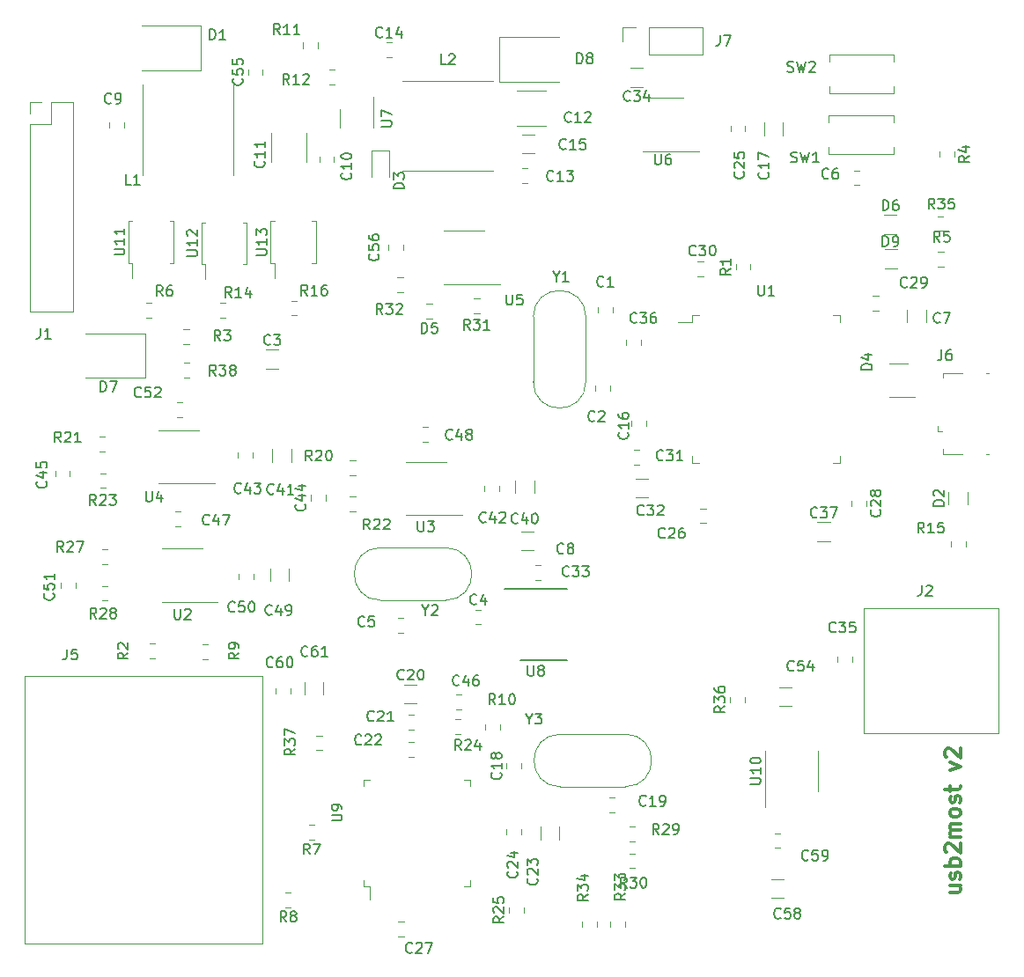
<source format=gto>
G04 #@! TF.GenerationSoftware,KiCad,Pcbnew,5.1.5-52549c5~86~ubuntu16.04.1*
G04 #@! TF.CreationDate,2020-04-05T23:11:04+05:00*
G04 #@! TF.ProjectId,usb2most,75736232-6d6f-4737-942e-6b696361645f,rev?*
G04 #@! TF.SameCoordinates,Original*
G04 #@! TF.FileFunction,Legend,Top*
G04 #@! TF.FilePolarity,Positive*
%FSLAX46Y46*%
G04 Gerber Fmt 4.6, Leading zero omitted, Abs format (unit mm)*
G04 Created by KiCad (PCBNEW 5.1.5-52549c5~86~ubuntu16.04.1) date 2020-04-05 23:11:04*
%MOMM*%
%LPD*%
G04 APERTURE LIST*
%ADD10C,0.300000*%
%ADD11C,0.120000*%
%ADD12C,0.150000*%
G04 APERTURE END LIST*
D10*
X109728571Y-104400000D02*
X110728571Y-104400000D01*
X109728571Y-105042857D02*
X110514285Y-105042857D01*
X110657142Y-104971428D01*
X110728571Y-104828571D01*
X110728571Y-104614285D01*
X110657142Y-104471428D01*
X110585714Y-104400000D01*
X110657142Y-103757142D02*
X110728571Y-103614285D01*
X110728571Y-103328571D01*
X110657142Y-103185714D01*
X110514285Y-103114285D01*
X110442857Y-103114285D01*
X110300000Y-103185714D01*
X110228571Y-103328571D01*
X110228571Y-103542857D01*
X110157142Y-103685714D01*
X110014285Y-103757142D01*
X109942857Y-103757142D01*
X109800000Y-103685714D01*
X109728571Y-103542857D01*
X109728571Y-103328571D01*
X109800000Y-103185714D01*
X110728571Y-102471428D02*
X109228571Y-102471428D01*
X109800000Y-102471428D02*
X109728571Y-102328571D01*
X109728571Y-102042857D01*
X109800000Y-101900000D01*
X109871428Y-101828571D01*
X110014285Y-101757142D01*
X110442857Y-101757142D01*
X110585714Y-101828571D01*
X110657142Y-101900000D01*
X110728571Y-102042857D01*
X110728571Y-102328571D01*
X110657142Y-102471428D01*
X109371428Y-101185714D02*
X109300000Y-101114285D01*
X109228571Y-100971428D01*
X109228571Y-100614285D01*
X109300000Y-100471428D01*
X109371428Y-100400000D01*
X109514285Y-100328571D01*
X109657142Y-100328571D01*
X109871428Y-100400000D01*
X110728571Y-101257142D01*
X110728571Y-100328571D01*
X110728571Y-99685714D02*
X109728571Y-99685714D01*
X109871428Y-99685714D02*
X109800000Y-99614285D01*
X109728571Y-99471428D01*
X109728571Y-99257142D01*
X109800000Y-99114285D01*
X109942857Y-99042857D01*
X110728571Y-99042857D01*
X109942857Y-99042857D02*
X109800000Y-98971428D01*
X109728571Y-98828571D01*
X109728571Y-98614285D01*
X109800000Y-98471428D01*
X109942857Y-98400000D01*
X110728571Y-98400000D01*
X110728571Y-97471428D02*
X110657142Y-97614285D01*
X110585714Y-97685714D01*
X110442857Y-97757142D01*
X110014285Y-97757142D01*
X109871428Y-97685714D01*
X109800000Y-97614285D01*
X109728571Y-97471428D01*
X109728571Y-97257142D01*
X109800000Y-97114285D01*
X109871428Y-97042857D01*
X110014285Y-96971428D01*
X110442857Y-96971428D01*
X110585714Y-97042857D01*
X110657142Y-97114285D01*
X110728571Y-97257142D01*
X110728571Y-97471428D01*
X110657142Y-96400000D02*
X110728571Y-96257142D01*
X110728571Y-95971428D01*
X110657142Y-95828571D01*
X110514285Y-95757142D01*
X110442857Y-95757142D01*
X110300000Y-95828571D01*
X110228571Y-95971428D01*
X110228571Y-96185714D01*
X110157142Y-96328571D01*
X110014285Y-96400000D01*
X109942857Y-96400000D01*
X109800000Y-96328571D01*
X109728571Y-96185714D01*
X109728571Y-95971428D01*
X109800000Y-95828571D01*
X109728571Y-95328571D02*
X109728571Y-94757142D01*
X109228571Y-95114285D02*
X110514285Y-95114285D01*
X110657142Y-95042857D01*
X110728571Y-94900000D01*
X110728571Y-94757142D01*
X109728571Y-93257142D02*
X110728571Y-92900000D01*
X109728571Y-92542857D01*
X109371428Y-92042857D02*
X109300000Y-91971428D01*
X109228571Y-91828571D01*
X109228571Y-91471428D01*
X109300000Y-91328571D01*
X109371428Y-91257142D01*
X109514285Y-91185714D01*
X109657142Y-91185714D01*
X109871428Y-91257142D01*
X110728571Y-92114285D01*
X110728571Y-91185714D01*
D11*
X43600000Y-84180000D02*
X43600000Y-109980000D01*
X20800000Y-109980000D02*
X20800000Y-84180000D01*
X43600000Y-109980000D02*
X20800000Y-109980000D01*
X43600000Y-84180000D02*
X20800000Y-84180000D01*
X80232064Y-25730000D02*
X79027936Y-25730000D01*
X80232064Y-27550000D02*
X79027936Y-27550000D01*
X104672064Y-43180000D02*
X103467936Y-43180000D01*
X104672064Y-45000000D02*
X103467936Y-45000000D01*
X104622064Y-39880000D02*
X103417936Y-39880000D01*
X104622064Y-41700000D02*
X103417936Y-41700000D01*
X111443000Y-67702064D02*
X111443000Y-66497936D01*
X109623000Y-67702064D02*
X109623000Y-66497936D01*
X91937000Y-93353000D02*
X91937000Y-96803000D01*
X91937000Y-93353000D02*
X91937000Y-91403000D01*
X97057000Y-93353000D02*
X97057000Y-95303000D01*
X97057000Y-93353000D02*
X97057000Y-91403000D01*
X82138000Y-33734000D02*
X85588000Y-33734000D01*
X82138000Y-33734000D02*
X80188000Y-33734000D01*
X82138000Y-28614000D02*
X84088000Y-28614000D01*
X82138000Y-28614000D02*
X80188000Y-28614000D01*
X54310000Y-31490000D02*
X54310000Y-28540000D01*
X51090000Y-29690000D02*
X51090000Y-31490000D01*
X68126248Y-31310000D02*
X70898752Y-31310000D01*
X68126248Y-27890000D02*
X70898752Y-27890000D01*
X44440000Y-32013748D02*
X44440000Y-34786252D01*
X47860000Y-32013748D02*
X47860000Y-34786252D01*
X63023000Y-41387000D02*
X61073000Y-41387000D01*
X63023000Y-41387000D02*
X64973000Y-41387000D01*
X63023000Y-46507000D02*
X61073000Y-46507000D01*
X63023000Y-46507000D02*
X66473000Y-46507000D01*
X96997936Y-71260000D02*
X98202064Y-71260000D01*
X96997936Y-69440000D02*
X98202064Y-69440000D01*
X79090000Y-59691422D02*
X79090000Y-60208578D01*
X80510000Y-59691422D02*
X80510000Y-60208578D01*
X84940000Y-50190000D02*
X83575000Y-50190000D01*
X84940000Y-49490000D02*
X84940000Y-50190000D01*
X85640000Y-49490000D02*
X84940000Y-49490000D01*
X99160000Y-49490000D02*
X99160000Y-50190000D01*
X98460000Y-49490000D02*
X99160000Y-49490000D01*
X84940000Y-63710000D02*
X84940000Y-63010000D01*
X85640000Y-63710000D02*
X84940000Y-63710000D01*
X99160000Y-63710000D02*
X99160000Y-63010000D01*
X98460000Y-63710000D02*
X99160000Y-63710000D01*
X44785000Y-44500000D02*
X44785000Y-45965000D01*
X44430000Y-44500000D02*
X44785000Y-44500000D01*
X44430000Y-42490000D02*
X44430000Y-44500000D01*
X44430000Y-40480000D02*
X44785000Y-40480000D01*
X44430000Y-42490000D02*
X44430000Y-40480000D01*
X48750000Y-44500000D02*
X48395000Y-44500000D01*
X48750000Y-42490000D02*
X48750000Y-44500000D01*
X48750000Y-40480000D02*
X48395000Y-40480000D01*
X48750000Y-42490000D02*
X48750000Y-40480000D01*
X38115000Y-44590000D02*
X38115000Y-46055000D01*
X37760000Y-44590000D02*
X38115000Y-44590000D01*
X37760000Y-42580000D02*
X37760000Y-44590000D01*
X37760000Y-40570000D02*
X38115000Y-40570000D01*
X37760000Y-42580000D02*
X37760000Y-40570000D01*
X42080000Y-44590000D02*
X41725000Y-44590000D01*
X42080000Y-42580000D02*
X42080000Y-44590000D01*
X42080000Y-40570000D02*
X41725000Y-40570000D01*
X42080000Y-42580000D02*
X42080000Y-40570000D01*
X31105000Y-44470000D02*
X31105000Y-45935000D01*
X30750000Y-44470000D02*
X31105000Y-44470000D01*
X30750000Y-42460000D02*
X30750000Y-44470000D01*
X30750000Y-40450000D02*
X31105000Y-40450000D01*
X30750000Y-42460000D02*
X30750000Y-40450000D01*
X35070000Y-44470000D02*
X34715000Y-44470000D01*
X35070000Y-42460000D02*
X35070000Y-44470000D01*
X35070000Y-40450000D02*
X34715000Y-40450000D01*
X35070000Y-42460000D02*
X35070000Y-40450000D01*
X46381422Y-49540000D02*
X46898578Y-49540000D01*
X46381422Y-48120000D02*
X46898578Y-48120000D01*
X39538922Y-49750000D02*
X40056078Y-49750000D01*
X39538922Y-48330000D02*
X40056078Y-48330000D01*
X32468922Y-49760000D02*
X32986078Y-49760000D01*
X32468922Y-48340000D02*
X32986078Y-48340000D01*
X108770000Y-33751422D02*
X108770000Y-34268578D01*
X110190000Y-33751422D02*
X110190000Y-34268578D01*
X109118578Y-43410000D02*
X108601422Y-43410000D01*
X109118578Y-44830000D02*
X108601422Y-44830000D01*
X101440000Y-77709000D02*
X101440000Y-89709000D01*
X114440000Y-89709000D02*
X114440000Y-77709000D01*
X101440000Y-89709000D02*
X114440000Y-89709000D01*
X101440000Y-77709000D02*
X114440000Y-77709000D01*
X98930000Y-82333922D02*
X98930000Y-82851078D01*
X100350000Y-82333922D02*
X100350000Y-82851078D01*
X54985000Y-71875000D02*
G75*
G03X54985000Y-76925000I0J-2525000D01*
G01*
X61235000Y-71875000D02*
G75*
G02X61235000Y-76925000I0J-2525000D01*
G01*
X61235000Y-71875000D02*
X54985000Y-71875000D01*
X61235000Y-76925000D02*
X54985000Y-76925000D01*
D12*
X66950000Y-75800000D02*
X72925000Y-75800000D01*
X68475000Y-82700000D02*
X72925000Y-82700000D01*
D11*
X69878922Y-74960000D02*
X70396078Y-74960000D01*
X69878922Y-73540000D02*
X70396078Y-73540000D01*
X68497936Y-72110000D02*
X69702064Y-72110000D01*
X68497936Y-70290000D02*
X69702064Y-70290000D01*
X57158578Y-78640000D02*
X56641422Y-78640000D01*
X57158578Y-80060000D02*
X56641422Y-80060000D01*
X64128922Y-79260000D02*
X64646078Y-79260000D01*
X64128922Y-77840000D02*
X64646078Y-77840000D01*
X104350000Y-24450000D02*
X98150000Y-24450000D01*
X98150000Y-28150000D02*
X104350000Y-28150000D01*
X104350000Y-28150000D02*
X104350000Y-27500000D01*
X104350000Y-25100000D02*
X104350000Y-24450000D01*
X98150000Y-24450000D02*
X98150000Y-25100000D01*
X98150000Y-28150000D02*
X98150000Y-27500000D01*
X98100000Y-34000000D02*
X104300000Y-34000000D01*
X104300000Y-30300000D02*
X98100000Y-30300000D01*
X98100000Y-30300000D02*
X98100000Y-30950000D01*
X98100000Y-33350000D02*
X98100000Y-34000000D01*
X104300000Y-34000000D02*
X104300000Y-33350000D01*
X104300000Y-30300000D02*
X104300000Y-30950000D01*
X80010000Y-52408578D02*
X80010000Y-51891422D01*
X78590000Y-52408578D02*
X78590000Y-51891422D01*
X36041422Y-52310000D02*
X36558578Y-52310000D01*
X36041422Y-50890000D02*
X36558578Y-50890000D01*
X43947936Y-54660000D02*
X45152064Y-54660000D01*
X43947936Y-52840000D02*
X45152064Y-52840000D01*
X108530000Y-60647000D02*
X108980000Y-60647000D01*
X108530000Y-60647000D02*
X108530000Y-60197000D01*
X109080000Y-55047000D02*
X109080000Y-55497000D01*
X110930000Y-55047000D02*
X109080000Y-55047000D01*
X113480000Y-62847000D02*
X113230000Y-62847000D01*
X113480000Y-55047000D02*
X113230000Y-55047000D01*
X110930000Y-62847000D02*
X109080000Y-62847000D01*
X109080000Y-62847000D02*
X109080000Y-62397000D01*
X33298578Y-81110000D02*
X32781422Y-81110000D01*
X33298578Y-82530000D02*
X32781422Y-82530000D01*
X72275000Y-89815000D02*
X78525000Y-89815000D01*
X72275000Y-94865000D02*
X78525000Y-94865000D01*
X72275000Y-94865000D02*
G75*
G02X72275000Y-89815000I0J2525000D01*
G01*
X78525000Y-94865000D02*
G75*
G03X78525000Y-89815000I0J2525000D01*
G01*
X46358578Y-105040000D02*
X45841422Y-105040000D01*
X46358578Y-106460000D02*
X45841422Y-106460000D01*
X48601078Y-98540000D02*
X48083922Y-98540000D01*
X48601078Y-99960000D02*
X48083922Y-99960000D01*
X56698922Y-109289000D02*
X57216078Y-109289000D01*
X56698922Y-107869000D02*
X57216078Y-107869000D01*
X68490000Y-99441078D02*
X68490000Y-98923922D01*
X67070000Y-99441078D02*
X67070000Y-98923922D01*
X72160000Y-99932064D02*
X72160000Y-98727936D01*
X70340000Y-99932064D02*
X70340000Y-98727936D01*
X57698622Y-91964500D02*
X58215778Y-91964500D01*
X57698622Y-90544500D02*
X58215778Y-90544500D01*
X57650122Y-89361000D02*
X58167278Y-89361000D01*
X57650122Y-87941000D02*
X58167278Y-87941000D01*
X57275936Y-86868600D02*
X58480064Y-86868600D01*
X57275936Y-85048600D02*
X58480064Y-85048600D01*
X76978922Y-97300000D02*
X77496078Y-97300000D01*
X76978922Y-95880000D02*
X77496078Y-95880000D01*
X68530000Y-93123078D02*
X68530000Y-92605922D01*
X67110000Y-93123078D02*
X67110000Y-92605922D01*
X107460000Y-50202064D02*
X107460000Y-48997936D01*
X105640000Y-50202064D02*
X105640000Y-48997936D01*
X37700000Y-25950000D02*
X32000000Y-25950000D01*
X37700000Y-21650000D02*
X32000000Y-21650000D01*
X37700000Y-25950000D02*
X37700000Y-21650000D01*
X55850000Y-33700000D02*
X55850000Y-36250000D01*
X54150000Y-33700000D02*
X54150000Y-36250000D01*
X55850000Y-33700000D02*
X54150000Y-33700000D01*
X75640000Y-56303922D02*
X75640000Y-56821078D01*
X77060000Y-56303922D02*
X77060000Y-56821078D01*
X77310000Y-49258578D02*
X77310000Y-48741422D01*
X75890000Y-49258578D02*
X75890000Y-48741422D01*
X90560000Y-45108578D02*
X90560000Y-44591422D01*
X89140000Y-45108578D02*
X89140000Y-44591422D01*
X101058578Y-37010000D02*
X100541422Y-37010000D01*
X101058578Y-35590000D02*
X100541422Y-35590000D01*
X37888922Y-81170000D02*
X38406078Y-81170000D01*
X37888922Y-82590000D02*
X38406078Y-82590000D01*
X65042000Y-89356078D02*
X65042000Y-88838922D01*
X66462000Y-89356078D02*
X66462000Y-88838922D01*
X68597936Y-33960000D02*
X69802064Y-33960000D01*
X68597936Y-32140000D02*
X69802064Y-32140000D01*
X32150000Y-36050000D02*
X32150000Y-27350000D01*
X40850000Y-36050000D02*
X40850000Y-27350000D01*
X57100000Y-35640000D02*
X65800000Y-35640000D01*
X57100000Y-26940000D02*
X65800000Y-26940000D01*
X48960000Y-23291422D02*
X48960000Y-23808578D01*
X47540000Y-23291422D02*
X47540000Y-23808578D01*
X50041422Y-27310000D02*
X50558578Y-27310000D01*
X50041422Y-25890000D02*
X50558578Y-25890000D01*
X80820000Y-24480000D02*
X80820000Y-21820000D01*
X80820000Y-24480000D02*
X85960000Y-24480000D01*
X85960000Y-24480000D02*
X85960000Y-21820000D01*
X80820000Y-21820000D02*
X85960000Y-21820000D01*
X78220000Y-21820000D02*
X79550000Y-21820000D01*
X78220000Y-23150000D02*
X78220000Y-21820000D01*
X93698000Y-32191064D02*
X93698000Y-30986936D01*
X91878000Y-32191064D02*
X91878000Y-30986936D01*
X100290000Y-67341422D02*
X100290000Y-67858578D01*
X101710000Y-67341422D02*
X101710000Y-67858578D01*
X85491422Y-44340000D02*
X86008578Y-44340000D01*
X85491422Y-45760000D02*
X86008578Y-45760000D01*
X102341422Y-47640000D02*
X102858578Y-47640000D01*
X102341422Y-49060000D02*
X102858578Y-49060000D01*
X79896078Y-63860000D02*
X79378922Y-63860000D01*
X79896078Y-62440000D02*
X79378922Y-62440000D01*
X105700000Y-54140000D02*
X103900000Y-54140000D01*
X103900000Y-57360000D02*
X106350000Y-57360000D01*
X111260000Y-71758578D02*
X111260000Y-71241422D01*
X109840000Y-71758578D02*
X109840000Y-71241422D01*
X28890000Y-31458578D02*
X28890000Y-30941422D01*
X30310000Y-31458578D02*
X30310000Y-30941422D01*
X49090000Y-34281422D02*
X49090000Y-34798578D01*
X50510000Y-34281422D02*
X50510000Y-34798578D01*
X68591422Y-35340000D02*
X69108578Y-35340000D01*
X68591422Y-36760000D02*
X69108578Y-36760000D01*
X55541422Y-24700000D02*
X56058578Y-24700000D01*
X55541422Y-23280000D02*
X56058578Y-23280000D01*
X88628000Y-31835078D02*
X88628000Y-31317922D01*
X90048000Y-31835078D02*
X90048000Y-31317922D01*
X86258578Y-68090000D02*
X85741422Y-68090000D01*
X86258578Y-69510000D02*
X85741422Y-69510000D01*
X80752064Y-65240000D02*
X79547936Y-65240000D01*
X80752064Y-67060000D02*
X79547936Y-67060000D01*
X67955000Y-66589064D02*
X67955000Y-65384936D01*
X69775000Y-66589064D02*
X69775000Y-65384936D01*
X44571000Y-63616064D02*
X44571000Y-62411936D01*
X46391000Y-63616064D02*
X46391000Y-62411936D01*
X66375000Y-66445578D02*
X66375000Y-65928422D01*
X64955000Y-66445578D02*
X64955000Y-65928422D01*
X41271000Y-63210078D02*
X41271000Y-62692922D01*
X42691000Y-63210078D02*
X42691000Y-62692922D01*
X48270000Y-67325578D02*
X48270000Y-66808422D01*
X49690000Y-67325578D02*
X49690000Y-66808422D01*
X23691000Y-65012578D02*
X23691000Y-64495422D01*
X25111000Y-65012578D02*
X25111000Y-64495422D01*
X52043922Y-63477000D02*
X52561078Y-63477000D01*
X52043922Y-64897000D02*
X52561078Y-64897000D01*
X27984922Y-62624000D02*
X28502078Y-62624000D01*
X27984922Y-61204000D02*
X28502078Y-61204000D01*
X52043922Y-68397000D02*
X52561078Y-68397000D01*
X52043922Y-66977000D02*
X52561078Y-66977000D01*
X28022422Y-66124000D02*
X28539578Y-66124000D01*
X28022422Y-64704000D02*
X28539578Y-64704000D01*
X59365000Y-68747000D02*
X62815000Y-68747000D01*
X59365000Y-68747000D02*
X57415000Y-68747000D01*
X59365000Y-63627000D02*
X61315000Y-63627000D01*
X59365000Y-63627000D02*
X57415000Y-63627000D01*
X35581000Y-65674000D02*
X39031000Y-65674000D01*
X35581000Y-65674000D02*
X33631000Y-65674000D01*
X35581000Y-60554000D02*
X37531000Y-60554000D01*
X35581000Y-60554000D02*
X33631000Y-60554000D01*
X44377000Y-75112064D02*
X44377000Y-73907936D01*
X46197000Y-75112064D02*
X46197000Y-73907936D01*
X42767000Y-74908578D02*
X42767000Y-74391422D01*
X41347000Y-74908578D02*
X41347000Y-74391422D01*
X24247000Y-75778578D02*
X24247000Y-75261422D01*
X25667000Y-75778578D02*
X25667000Y-75261422D01*
X28235922Y-73460000D02*
X28753078Y-73460000D01*
X28235922Y-72040000D02*
X28753078Y-72040000D01*
X28235922Y-75540000D02*
X28753078Y-75540000D01*
X28235922Y-76960000D02*
X28753078Y-76960000D01*
X35886999Y-71964999D02*
X33936999Y-71964999D01*
X35886999Y-71964999D02*
X37836999Y-71964999D01*
X35886999Y-77084999D02*
X33936999Y-77084999D01*
X35886999Y-77084999D02*
X39336999Y-77084999D01*
X62762078Y-85988000D02*
X62244922Y-85988000D01*
X62762078Y-87408000D02*
X62244922Y-87408000D01*
X35758578Y-69810000D02*
X35241422Y-69810000D01*
X35758578Y-68390000D02*
X35241422Y-68390000D01*
X59561078Y-61697000D02*
X59043922Y-61697000D01*
X59561078Y-60277000D02*
X59043922Y-60277000D01*
X35902078Y-59324000D02*
X35384922Y-59324000D01*
X35902078Y-57904000D02*
X35384922Y-57904000D01*
X62164922Y-88378000D02*
X62682078Y-88378000D01*
X62164922Y-89798000D02*
X62682078Y-89798000D01*
X68748000Y-106986078D02*
X68748000Y-106468922D01*
X67328000Y-106986078D02*
X67328000Y-106468922D01*
X92547936Y-103740000D02*
X93752064Y-103740000D01*
X92547936Y-105560000D02*
X93752064Y-105560000D01*
X92895922Y-100763000D02*
X93413078Y-100763000D01*
X92895922Y-99343000D02*
X93413078Y-99343000D01*
X79458578Y-100110000D02*
X78941422Y-100110000D01*
X79458578Y-98690000D02*
X78941422Y-98690000D01*
X79458578Y-102710000D02*
X78941422Y-102710000D01*
X79458578Y-101290000D02*
X78941422Y-101290000D01*
X78510000Y-107841422D02*
X78510000Y-108358578D01*
X77090000Y-107841422D02*
X77090000Y-108358578D01*
X74390000Y-107841422D02*
X74390000Y-108358578D01*
X75810000Y-107841422D02*
X75810000Y-108358578D01*
X90002000Y-86745078D02*
X90002000Y-86227922D01*
X88582000Y-86745078D02*
X88582000Y-86227922D01*
X49348578Y-91350000D02*
X48831422Y-91350000D01*
X49348578Y-89930000D02*
X48831422Y-89930000D01*
X63575200Y-94785000D02*
X63575200Y-94210000D01*
X63575200Y-94210000D02*
X63000200Y-94210000D01*
X63575200Y-103855000D02*
X63575200Y-104430000D01*
X63575200Y-104430000D02*
X63000200Y-104430000D01*
X53355200Y-94785000D02*
X53355200Y-94210000D01*
X53355200Y-94210000D02*
X53930200Y-94210000D01*
X53355200Y-103855000D02*
X53355200Y-104430000D01*
X53355200Y-104430000D02*
X53930200Y-104430000D01*
X53930200Y-104430000D02*
X53930200Y-105720000D01*
X74725000Y-49665000D02*
X74725000Y-55915000D01*
X69675000Y-49665000D02*
X69675000Y-55915000D01*
X69675000Y-49665000D02*
G75*
G02X74725000Y-49665000I2525000J0D01*
G01*
X69675000Y-55915000D02*
G75*
G03X74725000Y-55915000I2525000J0D01*
G01*
X93287936Y-85280000D02*
X94492064Y-85280000D01*
X93287936Y-87100000D02*
X94492064Y-87100000D01*
X42240000Y-26358578D02*
X42240000Y-25841422D01*
X43660000Y-26358578D02*
X43660000Y-25841422D01*
X57180000Y-42711422D02*
X57180000Y-43228578D01*
X55760000Y-42711422D02*
X55760000Y-43228578D01*
X59925078Y-49849000D02*
X59407922Y-49849000D01*
X59925078Y-48429000D02*
X59407922Y-48429000D01*
X63979922Y-47921000D02*
X64497078Y-47921000D01*
X63979922Y-49341000D02*
X64497078Y-49341000D01*
X56613922Y-47309000D02*
X57131078Y-47309000D01*
X56613922Y-45889000D02*
X57131078Y-45889000D01*
X46340000Y-85421422D02*
X46340000Y-85938578D01*
X44920000Y-85421422D02*
X44920000Y-85938578D01*
X49510000Y-84767936D02*
X49510000Y-85972064D01*
X47690000Y-84767936D02*
X47690000Y-85972064D01*
X109048578Y-39980000D02*
X108531422Y-39980000D01*
X109048578Y-41400000D02*
X108531422Y-41400000D01*
X32350000Y-55550000D02*
X32350000Y-51250000D01*
X32350000Y-51250000D02*
X26650000Y-51250000D01*
X32350000Y-55550000D02*
X26650000Y-55550000D01*
X36091422Y-54090000D02*
X36608578Y-54090000D01*
X36091422Y-55510000D02*
X36608578Y-55510000D01*
X66425000Y-22765000D02*
X66425000Y-27065000D01*
X66425000Y-27065000D02*
X72125000Y-27065000D01*
X66425000Y-22765000D02*
X72125000Y-22765000D01*
X21280000Y-49170000D02*
X25400000Y-49170000D01*
X21280000Y-31110000D02*
X21280000Y-49170000D01*
X25400000Y-29050000D02*
X25400000Y-49170000D01*
X21280000Y-31110000D02*
X23340000Y-31110000D01*
X23340000Y-31110000D02*
X23340000Y-29050000D01*
X23340000Y-29050000D02*
X25400000Y-29050000D01*
X21280000Y-30110000D02*
X21280000Y-29050000D01*
X21280000Y-29050000D02*
X22340000Y-29050000D01*
D12*
X24826666Y-81642380D02*
X24826666Y-82356666D01*
X24779047Y-82499523D01*
X24683809Y-82594761D01*
X24540952Y-82642380D01*
X24445714Y-82642380D01*
X25779047Y-81642380D02*
X25302857Y-81642380D01*
X25255238Y-82118571D01*
X25302857Y-82070952D01*
X25398095Y-82023333D01*
X25636190Y-82023333D01*
X25731428Y-82070952D01*
X25779047Y-82118571D01*
X25826666Y-82213809D01*
X25826666Y-82451904D01*
X25779047Y-82547142D01*
X25731428Y-82594761D01*
X25636190Y-82642380D01*
X25398095Y-82642380D01*
X25302857Y-82594761D01*
X25255238Y-82547142D01*
X78987142Y-28817142D02*
X78939523Y-28864761D01*
X78796666Y-28912380D01*
X78701428Y-28912380D01*
X78558571Y-28864761D01*
X78463333Y-28769523D01*
X78415714Y-28674285D01*
X78368095Y-28483809D01*
X78368095Y-28340952D01*
X78415714Y-28150476D01*
X78463333Y-28055238D01*
X78558571Y-27960000D01*
X78701428Y-27912380D01*
X78796666Y-27912380D01*
X78939523Y-27960000D01*
X78987142Y-28007619D01*
X79320476Y-27912380D02*
X79939523Y-27912380D01*
X79606190Y-28293333D01*
X79749047Y-28293333D01*
X79844285Y-28340952D01*
X79891904Y-28388571D01*
X79939523Y-28483809D01*
X79939523Y-28721904D01*
X79891904Y-28817142D01*
X79844285Y-28864761D01*
X79749047Y-28912380D01*
X79463333Y-28912380D01*
X79368095Y-28864761D01*
X79320476Y-28817142D01*
X80796666Y-28245714D02*
X80796666Y-28912380D01*
X80558571Y-27864761D02*
X80320476Y-28579047D01*
X80939523Y-28579047D01*
X103261904Y-42882380D02*
X103261904Y-41882380D01*
X103500000Y-41882380D01*
X103642857Y-41930000D01*
X103738095Y-42025238D01*
X103785714Y-42120476D01*
X103833333Y-42310952D01*
X103833333Y-42453809D01*
X103785714Y-42644285D01*
X103738095Y-42739523D01*
X103642857Y-42834761D01*
X103500000Y-42882380D01*
X103261904Y-42882380D01*
X104309523Y-42882380D02*
X104500000Y-42882380D01*
X104595238Y-42834761D01*
X104642857Y-42787142D01*
X104738095Y-42644285D01*
X104785714Y-42453809D01*
X104785714Y-42072857D01*
X104738095Y-41977619D01*
X104690476Y-41930000D01*
X104595238Y-41882380D01*
X104404761Y-41882380D01*
X104309523Y-41930000D01*
X104261904Y-41977619D01*
X104214285Y-42072857D01*
X104214285Y-42310952D01*
X104261904Y-42406190D01*
X104309523Y-42453809D01*
X104404761Y-42501428D01*
X104595238Y-42501428D01*
X104690476Y-42453809D01*
X104738095Y-42406190D01*
X104785714Y-42310952D01*
X103281904Y-39422380D02*
X103281904Y-38422380D01*
X103520000Y-38422380D01*
X103662857Y-38470000D01*
X103758095Y-38565238D01*
X103805714Y-38660476D01*
X103853333Y-38850952D01*
X103853333Y-38993809D01*
X103805714Y-39184285D01*
X103758095Y-39279523D01*
X103662857Y-39374761D01*
X103520000Y-39422380D01*
X103281904Y-39422380D01*
X104710476Y-38422380D02*
X104520000Y-38422380D01*
X104424761Y-38470000D01*
X104377142Y-38517619D01*
X104281904Y-38660476D01*
X104234285Y-38850952D01*
X104234285Y-39231904D01*
X104281904Y-39327142D01*
X104329523Y-39374761D01*
X104424761Y-39422380D01*
X104615238Y-39422380D01*
X104710476Y-39374761D01*
X104758095Y-39327142D01*
X104805714Y-39231904D01*
X104805714Y-38993809D01*
X104758095Y-38898571D01*
X104710476Y-38850952D01*
X104615238Y-38803333D01*
X104424761Y-38803333D01*
X104329523Y-38850952D01*
X104281904Y-38898571D01*
X104234285Y-38993809D01*
X109165380Y-67838095D02*
X108165380Y-67838095D01*
X108165380Y-67600000D01*
X108213000Y-67457142D01*
X108308238Y-67361904D01*
X108403476Y-67314285D01*
X108593952Y-67266666D01*
X108736809Y-67266666D01*
X108927285Y-67314285D01*
X109022523Y-67361904D01*
X109117761Y-67457142D01*
X109165380Y-67600000D01*
X109165380Y-67838095D01*
X108260619Y-66885714D02*
X108213000Y-66838095D01*
X108165380Y-66742857D01*
X108165380Y-66504761D01*
X108213000Y-66409523D01*
X108260619Y-66361904D01*
X108355857Y-66314285D01*
X108451095Y-66314285D01*
X108593952Y-66361904D01*
X109165380Y-66933333D01*
X109165380Y-66314285D01*
X90549380Y-94591095D02*
X91358904Y-94591095D01*
X91454142Y-94543476D01*
X91501761Y-94495857D01*
X91549380Y-94400619D01*
X91549380Y-94210142D01*
X91501761Y-94114904D01*
X91454142Y-94067285D01*
X91358904Y-94019666D01*
X90549380Y-94019666D01*
X91549380Y-93019666D02*
X91549380Y-93591095D01*
X91549380Y-93305380D02*
X90549380Y-93305380D01*
X90692238Y-93400619D01*
X90787476Y-93495857D01*
X90835095Y-93591095D01*
X90549380Y-92400619D02*
X90549380Y-92305380D01*
X90597000Y-92210142D01*
X90644619Y-92162523D01*
X90739857Y-92114904D01*
X90930333Y-92067285D01*
X91168428Y-92067285D01*
X91358904Y-92114904D01*
X91454142Y-92162523D01*
X91501761Y-92210142D01*
X91549380Y-92305380D01*
X91549380Y-92400619D01*
X91501761Y-92495857D01*
X91454142Y-92543476D01*
X91358904Y-92591095D01*
X91168428Y-92638714D01*
X90930333Y-92638714D01*
X90739857Y-92591095D01*
X90644619Y-92543476D01*
X90597000Y-92495857D01*
X90549380Y-92400619D01*
X81376095Y-34026380D02*
X81376095Y-34835904D01*
X81423714Y-34931142D01*
X81471333Y-34978761D01*
X81566571Y-35026380D01*
X81757047Y-35026380D01*
X81852285Y-34978761D01*
X81899904Y-34931142D01*
X81947523Y-34835904D01*
X81947523Y-34026380D01*
X82852285Y-34026380D02*
X82661809Y-34026380D01*
X82566571Y-34074000D01*
X82518952Y-34121619D01*
X82423714Y-34264476D01*
X82376095Y-34454952D01*
X82376095Y-34835904D01*
X82423714Y-34931142D01*
X82471333Y-34978761D01*
X82566571Y-35026380D01*
X82757047Y-35026380D01*
X82852285Y-34978761D01*
X82899904Y-34931142D01*
X82947523Y-34835904D01*
X82947523Y-34597809D01*
X82899904Y-34502571D01*
X82852285Y-34454952D01*
X82757047Y-34407333D01*
X82566571Y-34407333D01*
X82471333Y-34454952D01*
X82423714Y-34502571D01*
X82376095Y-34597809D01*
X55052380Y-31351904D02*
X55861904Y-31351904D01*
X55957142Y-31304285D01*
X56004761Y-31256666D01*
X56052380Y-31161428D01*
X56052380Y-30970952D01*
X56004761Y-30875714D01*
X55957142Y-30828095D01*
X55861904Y-30780476D01*
X55052380Y-30780476D01*
X55052380Y-30399523D02*
X55052380Y-29732857D01*
X56052380Y-30161428D01*
X73307142Y-30857142D02*
X73259523Y-30904761D01*
X73116666Y-30952380D01*
X73021428Y-30952380D01*
X72878571Y-30904761D01*
X72783333Y-30809523D01*
X72735714Y-30714285D01*
X72688095Y-30523809D01*
X72688095Y-30380952D01*
X72735714Y-30190476D01*
X72783333Y-30095238D01*
X72878571Y-30000000D01*
X73021428Y-29952380D01*
X73116666Y-29952380D01*
X73259523Y-30000000D01*
X73307142Y-30047619D01*
X74259523Y-30952380D02*
X73688095Y-30952380D01*
X73973809Y-30952380D02*
X73973809Y-29952380D01*
X73878571Y-30095238D01*
X73783333Y-30190476D01*
X73688095Y-30238095D01*
X74640476Y-30047619D02*
X74688095Y-30000000D01*
X74783333Y-29952380D01*
X75021428Y-29952380D01*
X75116666Y-30000000D01*
X75164285Y-30047619D01*
X75211904Y-30142857D01*
X75211904Y-30238095D01*
X75164285Y-30380952D01*
X74592857Y-30952380D01*
X75211904Y-30952380D01*
X43757142Y-34692857D02*
X43804761Y-34740476D01*
X43852380Y-34883333D01*
X43852380Y-34978571D01*
X43804761Y-35121428D01*
X43709523Y-35216666D01*
X43614285Y-35264285D01*
X43423809Y-35311904D01*
X43280952Y-35311904D01*
X43090476Y-35264285D01*
X42995238Y-35216666D01*
X42900000Y-35121428D01*
X42852380Y-34978571D01*
X42852380Y-34883333D01*
X42900000Y-34740476D01*
X42947619Y-34692857D01*
X43852380Y-33740476D02*
X43852380Y-34311904D01*
X43852380Y-34026190D02*
X42852380Y-34026190D01*
X42995238Y-34121428D01*
X43090476Y-34216666D01*
X43138095Y-34311904D01*
X43852380Y-32788095D02*
X43852380Y-33359523D01*
X43852380Y-33073809D02*
X42852380Y-33073809D01*
X42995238Y-33169047D01*
X43090476Y-33264285D01*
X43138095Y-33359523D01*
X67086095Y-47519380D02*
X67086095Y-48328904D01*
X67133714Y-48424142D01*
X67181333Y-48471761D01*
X67276571Y-48519380D01*
X67467047Y-48519380D01*
X67562285Y-48471761D01*
X67609904Y-48424142D01*
X67657523Y-48328904D01*
X67657523Y-47519380D01*
X68609904Y-47519380D02*
X68133714Y-47519380D01*
X68086095Y-47995571D01*
X68133714Y-47947952D01*
X68228952Y-47900333D01*
X68467047Y-47900333D01*
X68562285Y-47947952D01*
X68609904Y-47995571D01*
X68657523Y-48090809D01*
X68657523Y-48328904D01*
X68609904Y-48424142D01*
X68562285Y-48471761D01*
X68467047Y-48519380D01*
X68228952Y-48519380D01*
X68133714Y-48471761D01*
X68086095Y-48424142D01*
X96957142Y-68887142D02*
X96909523Y-68934761D01*
X96766666Y-68982380D01*
X96671428Y-68982380D01*
X96528571Y-68934761D01*
X96433333Y-68839523D01*
X96385714Y-68744285D01*
X96338095Y-68553809D01*
X96338095Y-68410952D01*
X96385714Y-68220476D01*
X96433333Y-68125238D01*
X96528571Y-68030000D01*
X96671428Y-67982380D01*
X96766666Y-67982380D01*
X96909523Y-68030000D01*
X96957142Y-68077619D01*
X97290476Y-67982380D02*
X97909523Y-67982380D01*
X97576190Y-68363333D01*
X97719047Y-68363333D01*
X97814285Y-68410952D01*
X97861904Y-68458571D01*
X97909523Y-68553809D01*
X97909523Y-68791904D01*
X97861904Y-68887142D01*
X97814285Y-68934761D01*
X97719047Y-68982380D01*
X97433333Y-68982380D01*
X97338095Y-68934761D01*
X97290476Y-68887142D01*
X98242857Y-67982380D02*
X98909523Y-67982380D01*
X98480952Y-68982380D01*
X78757142Y-60792857D02*
X78804761Y-60840476D01*
X78852380Y-60983333D01*
X78852380Y-61078571D01*
X78804761Y-61221428D01*
X78709523Y-61316666D01*
X78614285Y-61364285D01*
X78423809Y-61411904D01*
X78280952Y-61411904D01*
X78090476Y-61364285D01*
X77995238Y-61316666D01*
X77900000Y-61221428D01*
X77852380Y-61078571D01*
X77852380Y-60983333D01*
X77900000Y-60840476D01*
X77947619Y-60792857D01*
X78852380Y-59840476D02*
X78852380Y-60411904D01*
X78852380Y-60126190D02*
X77852380Y-60126190D01*
X77995238Y-60221428D01*
X78090476Y-60316666D01*
X78138095Y-60411904D01*
X77852380Y-58983333D02*
X77852380Y-59173809D01*
X77900000Y-59269047D01*
X77947619Y-59316666D01*
X78090476Y-59411904D01*
X78280952Y-59459523D01*
X78661904Y-59459523D01*
X78757142Y-59411904D01*
X78804761Y-59364285D01*
X78852380Y-59269047D01*
X78852380Y-59078571D01*
X78804761Y-58983333D01*
X78757142Y-58935714D01*
X78661904Y-58888095D01*
X78423809Y-58888095D01*
X78328571Y-58935714D01*
X78280952Y-58983333D01*
X78233333Y-59078571D01*
X78233333Y-59269047D01*
X78280952Y-59364285D01*
X78328571Y-59411904D01*
X78423809Y-59459523D01*
X91288095Y-46632380D02*
X91288095Y-47441904D01*
X91335714Y-47537142D01*
X91383333Y-47584761D01*
X91478571Y-47632380D01*
X91669047Y-47632380D01*
X91764285Y-47584761D01*
X91811904Y-47537142D01*
X91859523Y-47441904D01*
X91859523Y-46632380D01*
X92859523Y-47632380D02*
X92288095Y-47632380D01*
X92573809Y-47632380D02*
X92573809Y-46632380D01*
X92478571Y-46775238D01*
X92383333Y-46870476D01*
X92288095Y-46918095D01*
X43042380Y-43728095D02*
X43851904Y-43728095D01*
X43947142Y-43680476D01*
X43994761Y-43632857D01*
X44042380Y-43537619D01*
X44042380Y-43347142D01*
X43994761Y-43251904D01*
X43947142Y-43204285D01*
X43851904Y-43156666D01*
X43042380Y-43156666D01*
X44042380Y-42156666D02*
X44042380Y-42728095D01*
X44042380Y-42442380D02*
X43042380Y-42442380D01*
X43185238Y-42537619D01*
X43280476Y-42632857D01*
X43328095Y-42728095D01*
X43042380Y-41823333D02*
X43042380Y-41204285D01*
X43423333Y-41537619D01*
X43423333Y-41394761D01*
X43470952Y-41299523D01*
X43518571Y-41251904D01*
X43613809Y-41204285D01*
X43851904Y-41204285D01*
X43947142Y-41251904D01*
X43994761Y-41299523D01*
X44042380Y-41394761D01*
X44042380Y-41680476D01*
X43994761Y-41775714D01*
X43947142Y-41823333D01*
X36372380Y-43818095D02*
X37181904Y-43818095D01*
X37277142Y-43770476D01*
X37324761Y-43722857D01*
X37372380Y-43627619D01*
X37372380Y-43437142D01*
X37324761Y-43341904D01*
X37277142Y-43294285D01*
X37181904Y-43246666D01*
X36372380Y-43246666D01*
X37372380Y-42246666D02*
X37372380Y-42818095D01*
X37372380Y-42532380D02*
X36372380Y-42532380D01*
X36515238Y-42627619D01*
X36610476Y-42722857D01*
X36658095Y-42818095D01*
X36467619Y-41865714D02*
X36420000Y-41818095D01*
X36372380Y-41722857D01*
X36372380Y-41484761D01*
X36420000Y-41389523D01*
X36467619Y-41341904D01*
X36562857Y-41294285D01*
X36658095Y-41294285D01*
X36800952Y-41341904D01*
X37372380Y-41913333D01*
X37372380Y-41294285D01*
X29362380Y-43698095D02*
X30171904Y-43698095D01*
X30267142Y-43650476D01*
X30314761Y-43602857D01*
X30362380Y-43507619D01*
X30362380Y-43317142D01*
X30314761Y-43221904D01*
X30267142Y-43174285D01*
X30171904Y-43126666D01*
X29362380Y-43126666D01*
X30362380Y-42126666D02*
X30362380Y-42698095D01*
X30362380Y-42412380D02*
X29362380Y-42412380D01*
X29505238Y-42507619D01*
X29600476Y-42602857D01*
X29648095Y-42698095D01*
X30362380Y-41174285D02*
X30362380Y-41745714D01*
X30362380Y-41460000D02*
X29362380Y-41460000D01*
X29505238Y-41555238D01*
X29600476Y-41650476D01*
X29648095Y-41745714D01*
X47957142Y-47602380D02*
X47623809Y-47126190D01*
X47385714Y-47602380D02*
X47385714Y-46602380D01*
X47766666Y-46602380D01*
X47861904Y-46650000D01*
X47909523Y-46697619D01*
X47957142Y-46792857D01*
X47957142Y-46935714D01*
X47909523Y-47030952D01*
X47861904Y-47078571D01*
X47766666Y-47126190D01*
X47385714Y-47126190D01*
X48909523Y-47602380D02*
X48338095Y-47602380D01*
X48623809Y-47602380D02*
X48623809Y-46602380D01*
X48528571Y-46745238D01*
X48433333Y-46840476D01*
X48338095Y-46888095D01*
X49766666Y-46602380D02*
X49576190Y-46602380D01*
X49480952Y-46650000D01*
X49433333Y-46697619D01*
X49338095Y-46840476D01*
X49290476Y-47030952D01*
X49290476Y-47411904D01*
X49338095Y-47507142D01*
X49385714Y-47554761D01*
X49480952Y-47602380D01*
X49671428Y-47602380D01*
X49766666Y-47554761D01*
X49814285Y-47507142D01*
X49861904Y-47411904D01*
X49861904Y-47173809D01*
X49814285Y-47078571D01*
X49766666Y-47030952D01*
X49671428Y-46983333D01*
X49480952Y-46983333D01*
X49385714Y-47030952D01*
X49338095Y-47078571D01*
X49290476Y-47173809D01*
X40657142Y-47802380D02*
X40323809Y-47326190D01*
X40085714Y-47802380D02*
X40085714Y-46802380D01*
X40466666Y-46802380D01*
X40561904Y-46850000D01*
X40609523Y-46897619D01*
X40657142Y-46992857D01*
X40657142Y-47135714D01*
X40609523Y-47230952D01*
X40561904Y-47278571D01*
X40466666Y-47326190D01*
X40085714Y-47326190D01*
X41609523Y-47802380D02*
X41038095Y-47802380D01*
X41323809Y-47802380D02*
X41323809Y-46802380D01*
X41228571Y-46945238D01*
X41133333Y-47040476D01*
X41038095Y-47088095D01*
X42466666Y-47135714D02*
X42466666Y-47802380D01*
X42228571Y-46754761D02*
X41990476Y-47469047D01*
X42609523Y-47469047D01*
X34033333Y-47652380D02*
X33700000Y-47176190D01*
X33461904Y-47652380D02*
X33461904Y-46652380D01*
X33842857Y-46652380D01*
X33938095Y-46700000D01*
X33985714Y-46747619D01*
X34033333Y-46842857D01*
X34033333Y-46985714D01*
X33985714Y-47080952D01*
X33938095Y-47128571D01*
X33842857Y-47176190D01*
X33461904Y-47176190D01*
X34890476Y-46652380D02*
X34700000Y-46652380D01*
X34604761Y-46700000D01*
X34557142Y-46747619D01*
X34461904Y-46890476D01*
X34414285Y-47080952D01*
X34414285Y-47461904D01*
X34461904Y-47557142D01*
X34509523Y-47604761D01*
X34604761Y-47652380D01*
X34795238Y-47652380D01*
X34890476Y-47604761D01*
X34938095Y-47557142D01*
X34985714Y-47461904D01*
X34985714Y-47223809D01*
X34938095Y-47128571D01*
X34890476Y-47080952D01*
X34795238Y-47033333D01*
X34604761Y-47033333D01*
X34509523Y-47080952D01*
X34461904Y-47128571D01*
X34414285Y-47223809D01*
X111582380Y-34176666D02*
X111106190Y-34510000D01*
X111582380Y-34748095D02*
X110582380Y-34748095D01*
X110582380Y-34367142D01*
X110630000Y-34271904D01*
X110677619Y-34224285D01*
X110772857Y-34176666D01*
X110915714Y-34176666D01*
X111010952Y-34224285D01*
X111058571Y-34271904D01*
X111106190Y-34367142D01*
X111106190Y-34748095D01*
X110915714Y-33319523D02*
X111582380Y-33319523D01*
X110534761Y-33557619D02*
X111249047Y-33795714D01*
X111249047Y-33176666D01*
X108763333Y-42442380D02*
X108430000Y-41966190D01*
X108191904Y-42442380D02*
X108191904Y-41442380D01*
X108572857Y-41442380D01*
X108668095Y-41490000D01*
X108715714Y-41537619D01*
X108763333Y-41632857D01*
X108763333Y-41775714D01*
X108715714Y-41870952D01*
X108668095Y-41918571D01*
X108572857Y-41966190D01*
X108191904Y-41966190D01*
X109668095Y-41442380D02*
X109191904Y-41442380D01*
X109144285Y-41918571D01*
X109191904Y-41870952D01*
X109287142Y-41823333D01*
X109525238Y-41823333D01*
X109620476Y-41870952D01*
X109668095Y-41918571D01*
X109715714Y-42013809D01*
X109715714Y-42251904D01*
X109668095Y-42347142D01*
X109620476Y-42394761D01*
X109525238Y-42442380D01*
X109287142Y-42442380D01*
X109191904Y-42394761D01*
X109144285Y-42347142D01*
X107023666Y-75489380D02*
X107023666Y-76203666D01*
X106976047Y-76346523D01*
X106880809Y-76441761D01*
X106737952Y-76489380D01*
X106642714Y-76489380D01*
X107452238Y-75584619D02*
X107499857Y-75537000D01*
X107595095Y-75489380D01*
X107833190Y-75489380D01*
X107928428Y-75537000D01*
X107976047Y-75584619D01*
X108023666Y-75679857D01*
X108023666Y-75775095D01*
X107976047Y-75917952D01*
X107404619Y-76489380D01*
X108023666Y-76489380D01*
X98757142Y-79927142D02*
X98709523Y-79974761D01*
X98566666Y-80022380D01*
X98471428Y-80022380D01*
X98328571Y-79974761D01*
X98233333Y-79879523D01*
X98185714Y-79784285D01*
X98138095Y-79593809D01*
X98138095Y-79450952D01*
X98185714Y-79260476D01*
X98233333Y-79165238D01*
X98328571Y-79070000D01*
X98471428Y-79022380D01*
X98566666Y-79022380D01*
X98709523Y-79070000D01*
X98757142Y-79117619D01*
X99090476Y-79022380D02*
X99709523Y-79022380D01*
X99376190Y-79403333D01*
X99519047Y-79403333D01*
X99614285Y-79450952D01*
X99661904Y-79498571D01*
X99709523Y-79593809D01*
X99709523Y-79831904D01*
X99661904Y-79927142D01*
X99614285Y-79974761D01*
X99519047Y-80022380D01*
X99233333Y-80022380D01*
X99138095Y-79974761D01*
X99090476Y-79927142D01*
X100614285Y-79022380D02*
X100138095Y-79022380D01*
X100090476Y-79498571D01*
X100138095Y-79450952D01*
X100233333Y-79403333D01*
X100471428Y-79403333D01*
X100566666Y-79450952D01*
X100614285Y-79498571D01*
X100661904Y-79593809D01*
X100661904Y-79831904D01*
X100614285Y-79927142D01*
X100566666Y-79974761D01*
X100471428Y-80022380D01*
X100233333Y-80022380D01*
X100138095Y-79974761D01*
X100090476Y-79927142D01*
X59323809Y-77876190D02*
X59323809Y-78352380D01*
X58990476Y-77352380D02*
X59323809Y-77876190D01*
X59657142Y-77352380D01*
X59942857Y-77447619D02*
X59990476Y-77400000D01*
X60085714Y-77352380D01*
X60323809Y-77352380D01*
X60419047Y-77400000D01*
X60466666Y-77447619D01*
X60514285Y-77542857D01*
X60514285Y-77638095D01*
X60466666Y-77780952D01*
X59895238Y-78352380D01*
X60514285Y-78352380D01*
X69138095Y-83202380D02*
X69138095Y-84011904D01*
X69185714Y-84107142D01*
X69233333Y-84154761D01*
X69328571Y-84202380D01*
X69519047Y-84202380D01*
X69614285Y-84154761D01*
X69661904Y-84107142D01*
X69709523Y-84011904D01*
X69709523Y-83202380D01*
X70328571Y-83630952D02*
X70233333Y-83583333D01*
X70185714Y-83535714D01*
X70138095Y-83440476D01*
X70138095Y-83392857D01*
X70185714Y-83297619D01*
X70233333Y-83250000D01*
X70328571Y-83202380D01*
X70519047Y-83202380D01*
X70614285Y-83250000D01*
X70661904Y-83297619D01*
X70709523Y-83392857D01*
X70709523Y-83440476D01*
X70661904Y-83535714D01*
X70614285Y-83583333D01*
X70519047Y-83630952D01*
X70328571Y-83630952D01*
X70233333Y-83678571D01*
X70185714Y-83726190D01*
X70138095Y-83821428D01*
X70138095Y-84011904D01*
X70185714Y-84107142D01*
X70233333Y-84154761D01*
X70328571Y-84202380D01*
X70519047Y-84202380D01*
X70614285Y-84154761D01*
X70661904Y-84107142D01*
X70709523Y-84011904D01*
X70709523Y-83821428D01*
X70661904Y-83726190D01*
X70614285Y-83678571D01*
X70519047Y-83630952D01*
X73107142Y-74557142D02*
X73059523Y-74604761D01*
X72916666Y-74652380D01*
X72821428Y-74652380D01*
X72678571Y-74604761D01*
X72583333Y-74509523D01*
X72535714Y-74414285D01*
X72488095Y-74223809D01*
X72488095Y-74080952D01*
X72535714Y-73890476D01*
X72583333Y-73795238D01*
X72678571Y-73700000D01*
X72821428Y-73652380D01*
X72916666Y-73652380D01*
X73059523Y-73700000D01*
X73107142Y-73747619D01*
X73440476Y-73652380D02*
X74059523Y-73652380D01*
X73726190Y-74033333D01*
X73869047Y-74033333D01*
X73964285Y-74080952D01*
X74011904Y-74128571D01*
X74059523Y-74223809D01*
X74059523Y-74461904D01*
X74011904Y-74557142D01*
X73964285Y-74604761D01*
X73869047Y-74652380D01*
X73583333Y-74652380D01*
X73488095Y-74604761D01*
X73440476Y-74557142D01*
X74392857Y-73652380D02*
X75011904Y-73652380D01*
X74678571Y-74033333D01*
X74821428Y-74033333D01*
X74916666Y-74080952D01*
X74964285Y-74128571D01*
X75011904Y-74223809D01*
X75011904Y-74461904D01*
X74964285Y-74557142D01*
X74916666Y-74604761D01*
X74821428Y-74652380D01*
X74535714Y-74652380D01*
X74440476Y-74604761D01*
X74392857Y-74557142D01*
X72583333Y-72357142D02*
X72535714Y-72404761D01*
X72392857Y-72452380D01*
X72297619Y-72452380D01*
X72154761Y-72404761D01*
X72059523Y-72309523D01*
X72011904Y-72214285D01*
X71964285Y-72023809D01*
X71964285Y-71880952D01*
X72011904Y-71690476D01*
X72059523Y-71595238D01*
X72154761Y-71500000D01*
X72297619Y-71452380D01*
X72392857Y-71452380D01*
X72535714Y-71500000D01*
X72583333Y-71547619D01*
X73154761Y-71880952D02*
X73059523Y-71833333D01*
X73011904Y-71785714D01*
X72964285Y-71690476D01*
X72964285Y-71642857D01*
X73011904Y-71547619D01*
X73059523Y-71500000D01*
X73154761Y-71452380D01*
X73345238Y-71452380D01*
X73440476Y-71500000D01*
X73488095Y-71547619D01*
X73535714Y-71642857D01*
X73535714Y-71690476D01*
X73488095Y-71785714D01*
X73440476Y-71833333D01*
X73345238Y-71880952D01*
X73154761Y-71880952D01*
X73059523Y-71928571D01*
X73011904Y-71976190D01*
X72964285Y-72071428D01*
X72964285Y-72261904D01*
X73011904Y-72357142D01*
X73059523Y-72404761D01*
X73154761Y-72452380D01*
X73345238Y-72452380D01*
X73440476Y-72404761D01*
X73488095Y-72357142D01*
X73535714Y-72261904D01*
X73535714Y-72071428D01*
X73488095Y-71976190D01*
X73440476Y-71928571D01*
X73345238Y-71880952D01*
X53433333Y-79357142D02*
X53385714Y-79404761D01*
X53242857Y-79452380D01*
X53147619Y-79452380D01*
X53004761Y-79404761D01*
X52909523Y-79309523D01*
X52861904Y-79214285D01*
X52814285Y-79023809D01*
X52814285Y-78880952D01*
X52861904Y-78690476D01*
X52909523Y-78595238D01*
X53004761Y-78500000D01*
X53147619Y-78452380D01*
X53242857Y-78452380D01*
X53385714Y-78500000D01*
X53433333Y-78547619D01*
X54338095Y-78452380D02*
X53861904Y-78452380D01*
X53814285Y-78928571D01*
X53861904Y-78880952D01*
X53957142Y-78833333D01*
X54195238Y-78833333D01*
X54290476Y-78880952D01*
X54338095Y-78928571D01*
X54385714Y-79023809D01*
X54385714Y-79261904D01*
X54338095Y-79357142D01*
X54290476Y-79404761D01*
X54195238Y-79452380D01*
X53957142Y-79452380D01*
X53861904Y-79404761D01*
X53814285Y-79357142D01*
X64220833Y-77257142D02*
X64173214Y-77304761D01*
X64030357Y-77352380D01*
X63935119Y-77352380D01*
X63792261Y-77304761D01*
X63697023Y-77209523D01*
X63649404Y-77114285D01*
X63601785Y-76923809D01*
X63601785Y-76780952D01*
X63649404Y-76590476D01*
X63697023Y-76495238D01*
X63792261Y-76400000D01*
X63935119Y-76352380D01*
X64030357Y-76352380D01*
X64173214Y-76400000D01*
X64220833Y-76447619D01*
X65077976Y-76685714D02*
X65077976Y-77352380D01*
X64839880Y-76304761D02*
X64601785Y-77019047D01*
X65220833Y-77019047D01*
X94116666Y-26054761D02*
X94259523Y-26102380D01*
X94497619Y-26102380D01*
X94592857Y-26054761D01*
X94640476Y-26007142D01*
X94688095Y-25911904D01*
X94688095Y-25816666D01*
X94640476Y-25721428D01*
X94592857Y-25673809D01*
X94497619Y-25626190D01*
X94307142Y-25578571D01*
X94211904Y-25530952D01*
X94164285Y-25483333D01*
X94116666Y-25388095D01*
X94116666Y-25292857D01*
X94164285Y-25197619D01*
X94211904Y-25150000D01*
X94307142Y-25102380D01*
X94545238Y-25102380D01*
X94688095Y-25150000D01*
X95021428Y-25102380D02*
X95259523Y-26102380D01*
X95450000Y-25388095D01*
X95640476Y-26102380D01*
X95878571Y-25102380D01*
X96211904Y-25197619D02*
X96259523Y-25150000D01*
X96354761Y-25102380D01*
X96592857Y-25102380D01*
X96688095Y-25150000D01*
X96735714Y-25197619D01*
X96783333Y-25292857D01*
X96783333Y-25388095D01*
X96735714Y-25530952D01*
X96164285Y-26102380D01*
X96783333Y-26102380D01*
X94466666Y-34754761D02*
X94609523Y-34802380D01*
X94847619Y-34802380D01*
X94942857Y-34754761D01*
X94990476Y-34707142D01*
X95038095Y-34611904D01*
X95038095Y-34516666D01*
X94990476Y-34421428D01*
X94942857Y-34373809D01*
X94847619Y-34326190D01*
X94657142Y-34278571D01*
X94561904Y-34230952D01*
X94514285Y-34183333D01*
X94466666Y-34088095D01*
X94466666Y-33992857D01*
X94514285Y-33897619D01*
X94561904Y-33850000D01*
X94657142Y-33802380D01*
X94895238Y-33802380D01*
X95038095Y-33850000D01*
X95371428Y-33802380D02*
X95609523Y-34802380D01*
X95800000Y-34088095D01*
X95990476Y-34802380D01*
X96228571Y-33802380D01*
X97133333Y-34802380D02*
X96561904Y-34802380D01*
X96847619Y-34802380D02*
X96847619Y-33802380D01*
X96752380Y-33945238D01*
X96657142Y-34040476D01*
X96561904Y-34088095D01*
X79607142Y-50157142D02*
X79559523Y-50204761D01*
X79416666Y-50252380D01*
X79321428Y-50252380D01*
X79178571Y-50204761D01*
X79083333Y-50109523D01*
X79035714Y-50014285D01*
X78988095Y-49823809D01*
X78988095Y-49680952D01*
X79035714Y-49490476D01*
X79083333Y-49395238D01*
X79178571Y-49300000D01*
X79321428Y-49252380D01*
X79416666Y-49252380D01*
X79559523Y-49300000D01*
X79607142Y-49347619D01*
X79940476Y-49252380D02*
X80559523Y-49252380D01*
X80226190Y-49633333D01*
X80369047Y-49633333D01*
X80464285Y-49680952D01*
X80511904Y-49728571D01*
X80559523Y-49823809D01*
X80559523Y-50061904D01*
X80511904Y-50157142D01*
X80464285Y-50204761D01*
X80369047Y-50252380D01*
X80083333Y-50252380D01*
X79988095Y-50204761D01*
X79940476Y-50157142D01*
X81416666Y-49252380D02*
X81226190Y-49252380D01*
X81130952Y-49300000D01*
X81083333Y-49347619D01*
X80988095Y-49490476D01*
X80940476Y-49680952D01*
X80940476Y-50061904D01*
X80988095Y-50157142D01*
X81035714Y-50204761D01*
X81130952Y-50252380D01*
X81321428Y-50252380D01*
X81416666Y-50204761D01*
X81464285Y-50157142D01*
X81511904Y-50061904D01*
X81511904Y-49823809D01*
X81464285Y-49728571D01*
X81416666Y-49680952D01*
X81321428Y-49633333D01*
X81130952Y-49633333D01*
X81035714Y-49680952D01*
X80988095Y-49728571D01*
X80940476Y-49823809D01*
X39583333Y-51952380D02*
X39250000Y-51476190D01*
X39011904Y-51952380D02*
X39011904Y-50952380D01*
X39392857Y-50952380D01*
X39488095Y-51000000D01*
X39535714Y-51047619D01*
X39583333Y-51142857D01*
X39583333Y-51285714D01*
X39535714Y-51380952D01*
X39488095Y-51428571D01*
X39392857Y-51476190D01*
X39011904Y-51476190D01*
X39916666Y-50952380D02*
X40535714Y-50952380D01*
X40202380Y-51333333D01*
X40345238Y-51333333D01*
X40440476Y-51380952D01*
X40488095Y-51428571D01*
X40535714Y-51523809D01*
X40535714Y-51761904D01*
X40488095Y-51857142D01*
X40440476Y-51904761D01*
X40345238Y-51952380D01*
X40059523Y-51952380D01*
X39964285Y-51904761D01*
X39916666Y-51857142D01*
X44383333Y-52287142D02*
X44335714Y-52334761D01*
X44192857Y-52382380D01*
X44097619Y-52382380D01*
X43954761Y-52334761D01*
X43859523Y-52239523D01*
X43811904Y-52144285D01*
X43764285Y-51953809D01*
X43764285Y-51810952D01*
X43811904Y-51620476D01*
X43859523Y-51525238D01*
X43954761Y-51430000D01*
X44097619Y-51382380D01*
X44192857Y-51382380D01*
X44335714Y-51430000D01*
X44383333Y-51477619D01*
X44716666Y-51382380D02*
X45335714Y-51382380D01*
X45002380Y-51763333D01*
X45145238Y-51763333D01*
X45240476Y-51810952D01*
X45288095Y-51858571D01*
X45335714Y-51953809D01*
X45335714Y-52191904D01*
X45288095Y-52287142D01*
X45240476Y-52334761D01*
X45145238Y-52382380D01*
X44859523Y-52382380D01*
X44764285Y-52334761D01*
X44716666Y-52287142D01*
X108929666Y-52836380D02*
X108929666Y-53550666D01*
X108882047Y-53693523D01*
X108786809Y-53788761D01*
X108643952Y-53836380D01*
X108548714Y-53836380D01*
X109834428Y-52836380D02*
X109643952Y-52836380D01*
X109548714Y-52884000D01*
X109501095Y-52931619D01*
X109405857Y-53074476D01*
X109358238Y-53264952D01*
X109358238Y-53645904D01*
X109405857Y-53741142D01*
X109453476Y-53788761D01*
X109548714Y-53836380D01*
X109739190Y-53836380D01*
X109834428Y-53788761D01*
X109882047Y-53741142D01*
X109929666Y-53645904D01*
X109929666Y-53407809D01*
X109882047Y-53312571D01*
X109834428Y-53264952D01*
X109739190Y-53217333D01*
X109548714Y-53217333D01*
X109453476Y-53264952D01*
X109405857Y-53312571D01*
X109358238Y-53407809D01*
X30709880Y-81976666D02*
X30233690Y-82310000D01*
X30709880Y-82548095D02*
X29709880Y-82548095D01*
X29709880Y-82167142D01*
X29757500Y-82071904D01*
X29805119Y-82024285D01*
X29900357Y-81976666D01*
X30043214Y-81976666D01*
X30138452Y-82024285D01*
X30186071Y-82071904D01*
X30233690Y-82167142D01*
X30233690Y-82548095D01*
X29805119Y-81595714D02*
X29757500Y-81548095D01*
X29709880Y-81452857D01*
X29709880Y-81214761D01*
X29757500Y-81119523D01*
X29805119Y-81071904D01*
X29900357Y-81024285D01*
X29995595Y-81024285D01*
X30138452Y-81071904D01*
X30709880Y-81643333D01*
X30709880Y-81024285D01*
X69283809Y-88341190D02*
X69283809Y-88817380D01*
X68950476Y-87817380D02*
X69283809Y-88341190D01*
X69617142Y-87817380D01*
X69855238Y-87817380D02*
X70474285Y-87817380D01*
X70140952Y-88198333D01*
X70283809Y-88198333D01*
X70379047Y-88245952D01*
X70426666Y-88293571D01*
X70474285Y-88388809D01*
X70474285Y-88626904D01*
X70426666Y-88722142D01*
X70379047Y-88769761D01*
X70283809Y-88817380D01*
X69998095Y-88817380D01*
X69902857Y-88769761D01*
X69855238Y-88722142D01*
X45933333Y-107852380D02*
X45600000Y-107376190D01*
X45361904Y-107852380D02*
X45361904Y-106852380D01*
X45742857Y-106852380D01*
X45838095Y-106900000D01*
X45885714Y-106947619D01*
X45933333Y-107042857D01*
X45933333Y-107185714D01*
X45885714Y-107280952D01*
X45838095Y-107328571D01*
X45742857Y-107376190D01*
X45361904Y-107376190D01*
X46504761Y-107280952D02*
X46409523Y-107233333D01*
X46361904Y-107185714D01*
X46314285Y-107090476D01*
X46314285Y-107042857D01*
X46361904Y-106947619D01*
X46409523Y-106900000D01*
X46504761Y-106852380D01*
X46695238Y-106852380D01*
X46790476Y-106900000D01*
X46838095Y-106947619D01*
X46885714Y-107042857D01*
X46885714Y-107090476D01*
X46838095Y-107185714D01*
X46790476Y-107233333D01*
X46695238Y-107280952D01*
X46504761Y-107280952D01*
X46409523Y-107328571D01*
X46361904Y-107376190D01*
X46314285Y-107471428D01*
X46314285Y-107661904D01*
X46361904Y-107757142D01*
X46409523Y-107804761D01*
X46504761Y-107852380D01*
X46695238Y-107852380D01*
X46790476Y-107804761D01*
X46838095Y-107757142D01*
X46885714Y-107661904D01*
X46885714Y-107471428D01*
X46838095Y-107376190D01*
X46790476Y-107328571D01*
X46695238Y-107280952D01*
X48175833Y-101352380D02*
X47842500Y-100876190D01*
X47604404Y-101352380D02*
X47604404Y-100352380D01*
X47985357Y-100352380D01*
X48080595Y-100400000D01*
X48128214Y-100447619D01*
X48175833Y-100542857D01*
X48175833Y-100685714D01*
X48128214Y-100780952D01*
X48080595Y-100828571D01*
X47985357Y-100876190D01*
X47604404Y-100876190D01*
X48509166Y-100352380D02*
X49175833Y-100352380D01*
X48747261Y-101352380D01*
X58038142Y-110762142D02*
X57990523Y-110809761D01*
X57847666Y-110857380D01*
X57752428Y-110857380D01*
X57609571Y-110809761D01*
X57514333Y-110714523D01*
X57466714Y-110619285D01*
X57419095Y-110428809D01*
X57419095Y-110285952D01*
X57466714Y-110095476D01*
X57514333Y-110000238D01*
X57609571Y-109905000D01*
X57752428Y-109857380D01*
X57847666Y-109857380D01*
X57990523Y-109905000D01*
X58038142Y-109952619D01*
X58419095Y-109952619D02*
X58466714Y-109905000D01*
X58561952Y-109857380D01*
X58800047Y-109857380D01*
X58895285Y-109905000D01*
X58942904Y-109952619D01*
X58990523Y-110047857D01*
X58990523Y-110143095D01*
X58942904Y-110285952D01*
X58371476Y-110857380D01*
X58990523Y-110857380D01*
X59323857Y-109857380D02*
X59990523Y-109857380D01*
X59561952Y-110857380D01*
X68080142Y-103021857D02*
X68127761Y-103069476D01*
X68175380Y-103212333D01*
X68175380Y-103307571D01*
X68127761Y-103450428D01*
X68032523Y-103545666D01*
X67937285Y-103593285D01*
X67746809Y-103640904D01*
X67603952Y-103640904D01*
X67413476Y-103593285D01*
X67318238Y-103545666D01*
X67223000Y-103450428D01*
X67175380Y-103307571D01*
X67175380Y-103212333D01*
X67223000Y-103069476D01*
X67270619Y-103021857D01*
X67270619Y-102640904D02*
X67223000Y-102593285D01*
X67175380Y-102498047D01*
X67175380Y-102259952D01*
X67223000Y-102164714D01*
X67270619Y-102117095D01*
X67365857Y-102069476D01*
X67461095Y-102069476D01*
X67603952Y-102117095D01*
X68175380Y-102688523D01*
X68175380Y-102069476D01*
X67508714Y-101212333D02*
X68175380Y-101212333D01*
X67127761Y-101450428D02*
X67842047Y-101688523D01*
X67842047Y-101069476D01*
X70007142Y-103697857D02*
X70054761Y-103745476D01*
X70102380Y-103888333D01*
X70102380Y-103983571D01*
X70054761Y-104126428D01*
X69959523Y-104221666D01*
X69864285Y-104269285D01*
X69673809Y-104316904D01*
X69530952Y-104316904D01*
X69340476Y-104269285D01*
X69245238Y-104221666D01*
X69150000Y-104126428D01*
X69102380Y-103983571D01*
X69102380Y-103888333D01*
X69150000Y-103745476D01*
X69197619Y-103697857D01*
X69197619Y-103316904D02*
X69150000Y-103269285D01*
X69102380Y-103174047D01*
X69102380Y-102935952D01*
X69150000Y-102840714D01*
X69197619Y-102793095D01*
X69292857Y-102745476D01*
X69388095Y-102745476D01*
X69530952Y-102793095D01*
X70102380Y-103364523D01*
X70102380Y-102745476D01*
X69102380Y-102412142D02*
X69102380Y-101793095D01*
X69483333Y-102126428D01*
X69483333Y-101983571D01*
X69530952Y-101888333D01*
X69578571Y-101840714D01*
X69673809Y-101793095D01*
X69911904Y-101793095D01*
X70007142Y-101840714D01*
X70054761Y-101888333D01*
X70102380Y-101983571D01*
X70102380Y-102269285D01*
X70054761Y-102364523D01*
X70007142Y-102412142D01*
X53137142Y-90747142D02*
X53089523Y-90794761D01*
X52946666Y-90842380D01*
X52851428Y-90842380D01*
X52708571Y-90794761D01*
X52613333Y-90699523D01*
X52565714Y-90604285D01*
X52518095Y-90413809D01*
X52518095Y-90270952D01*
X52565714Y-90080476D01*
X52613333Y-89985238D01*
X52708571Y-89890000D01*
X52851428Y-89842380D01*
X52946666Y-89842380D01*
X53089523Y-89890000D01*
X53137142Y-89937619D01*
X53518095Y-89937619D02*
X53565714Y-89890000D01*
X53660952Y-89842380D01*
X53899047Y-89842380D01*
X53994285Y-89890000D01*
X54041904Y-89937619D01*
X54089523Y-90032857D01*
X54089523Y-90128095D01*
X54041904Y-90270952D01*
X53470476Y-90842380D01*
X54089523Y-90842380D01*
X54470476Y-89937619D02*
X54518095Y-89890000D01*
X54613333Y-89842380D01*
X54851428Y-89842380D01*
X54946666Y-89890000D01*
X54994285Y-89937619D01*
X55041904Y-90032857D01*
X55041904Y-90128095D01*
X54994285Y-90270952D01*
X54422857Y-90842380D01*
X55041904Y-90842380D01*
X54337142Y-88467142D02*
X54289523Y-88514761D01*
X54146666Y-88562380D01*
X54051428Y-88562380D01*
X53908571Y-88514761D01*
X53813333Y-88419523D01*
X53765714Y-88324285D01*
X53718095Y-88133809D01*
X53718095Y-87990952D01*
X53765714Y-87800476D01*
X53813333Y-87705238D01*
X53908571Y-87610000D01*
X54051428Y-87562380D01*
X54146666Y-87562380D01*
X54289523Y-87610000D01*
X54337142Y-87657619D01*
X54718095Y-87657619D02*
X54765714Y-87610000D01*
X54860952Y-87562380D01*
X55099047Y-87562380D01*
X55194285Y-87610000D01*
X55241904Y-87657619D01*
X55289523Y-87752857D01*
X55289523Y-87848095D01*
X55241904Y-87990952D01*
X54670476Y-88562380D01*
X55289523Y-88562380D01*
X56241904Y-88562380D02*
X55670476Y-88562380D01*
X55956190Y-88562380D02*
X55956190Y-87562380D01*
X55860952Y-87705238D01*
X55765714Y-87800476D01*
X55670476Y-87848095D01*
X57235142Y-84495742D02*
X57187523Y-84543361D01*
X57044666Y-84590980D01*
X56949428Y-84590980D01*
X56806571Y-84543361D01*
X56711333Y-84448123D01*
X56663714Y-84352885D01*
X56616095Y-84162409D01*
X56616095Y-84019552D01*
X56663714Y-83829076D01*
X56711333Y-83733838D01*
X56806571Y-83638600D01*
X56949428Y-83590980D01*
X57044666Y-83590980D01*
X57187523Y-83638600D01*
X57235142Y-83686219D01*
X57616095Y-83686219D02*
X57663714Y-83638600D01*
X57758952Y-83590980D01*
X57997047Y-83590980D01*
X58092285Y-83638600D01*
X58139904Y-83686219D01*
X58187523Y-83781457D01*
X58187523Y-83876695D01*
X58139904Y-84019552D01*
X57568476Y-84590980D01*
X58187523Y-84590980D01*
X58806571Y-83590980D02*
X58901809Y-83590980D01*
X58997047Y-83638600D01*
X59044666Y-83686219D01*
X59092285Y-83781457D01*
X59139904Y-83971933D01*
X59139904Y-84210028D01*
X59092285Y-84400504D01*
X59044666Y-84495742D01*
X58997047Y-84543361D01*
X58901809Y-84590980D01*
X58806571Y-84590980D01*
X58711333Y-84543361D01*
X58663714Y-84495742D01*
X58616095Y-84400504D01*
X58568476Y-84210028D01*
X58568476Y-83971933D01*
X58616095Y-83781457D01*
X58663714Y-83686219D01*
X58711333Y-83638600D01*
X58806571Y-83590980D01*
X80503142Y-96616142D02*
X80455523Y-96663761D01*
X80312666Y-96711380D01*
X80217428Y-96711380D01*
X80074571Y-96663761D01*
X79979333Y-96568523D01*
X79931714Y-96473285D01*
X79884095Y-96282809D01*
X79884095Y-96139952D01*
X79931714Y-95949476D01*
X79979333Y-95854238D01*
X80074571Y-95759000D01*
X80217428Y-95711380D01*
X80312666Y-95711380D01*
X80455523Y-95759000D01*
X80503142Y-95806619D01*
X81455523Y-96711380D02*
X80884095Y-96711380D01*
X81169809Y-96711380D02*
X81169809Y-95711380D01*
X81074571Y-95854238D01*
X80979333Y-95949476D01*
X80884095Y-95997095D01*
X81931714Y-96711380D02*
X82122190Y-96711380D01*
X82217428Y-96663761D01*
X82265047Y-96616142D01*
X82360285Y-96473285D01*
X82407904Y-96282809D01*
X82407904Y-95901857D01*
X82360285Y-95806619D01*
X82312666Y-95759000D01*
X82217428Y-95711380D01*
X82026952Y-95711380D01*
X81931714Y-95759000D01*
X81884095Y-95806619D01*
X81836476Y-95901857D01*
X81836476Y-96139952D01*
X81884095Y-96235190D01*
X81931714Y-96282809D01*
X82026952Y-96330428D01*
X82217428Y-96330428D01*
X82312666Y-96282809D01*
X82360285Y-96235190D01*
X82407904Y-96139952D01*
X66527142Y-93507357D02*
X66574761Y-93554976D01*
X66622380Y-93697833D01*
X66622380Y-93793071D01*
X66574761Y-93935928D01*
X66479523Y-94031166D01*
X66384285Y-94078785D01*
X66193809Y-94126404D01*
X66050952Y-94126404D01*
X65860476Y-94078785D01*
X65765238Y-94031166D01*
X65670000Y-93935928D01*
X65622380Y-93793071D01*
X65622380Y-93697833D01*
X65670000Y-93554976D01*
X65717619Y-93507357D01*
X66622380Y-92554976D02*
X66622380Y-93126404D01*
X66622380Y-92840690D02*
X65622380Y-92840690D01*
X65765238Y-92935928D01*
X65860476Y-93031166D01*
X65908095Y-93126404D01*
X66050952Y-91983547D02*
X66003333Y-92078785D01*
X65955714Y-92126404D01*
X65860476Y-92174023D01*
X65812857Y-92174023D01*
X65717619Y-92126404D01*
X65670000Y-92078785D01*
X65622380Y-91983547D01*
X65622380Y-91793071D01*
X65670000Y-91697833D01*
X65717619Y-91650214D01*
X65812857Y-91602595D01*
X65860476Y-91602595D01*
X65955714Y-91650214D01*
X66003333Y-91697833D01*
X66050952Y-91793071D01*
X66050952Y-91983547D01*
X66098571Y-92078785D01*
X66146190Y-92126404D01*
X66241428Y-92174023D01*
X66431904Y-92174023D01*
X66527142Y-92126404D01*
X66574761Y-92078785D01*
X66622380Y-91983547D01*
X66622380Y-91793071D01*
X66574761Y-91697833D01*
X66527142Y-91650214D01*
X66431904Y-91602595D01*
X66241428Y-91602595D01*
X66146190Y-91650214D01*
X66098571Y-91697833D01*
X66050952Y-91793071D01*
X108783333Y-50147142D02*
X108735714Y-50194761D01*
X108592857Y-50242380D01*
X108497619Y-50242380D01*
X108354761Y-50194761D01*
X108259523Y-50099523D01*
X108211904Y-50004285D01*
X108164285Y-49813809D01*
X108164285Y-49670952D01*
X108211904Y-49480476D01*
X108259523Y-49385238D01*
X108354761Y-49290000D01*
X108497619Y-49242380D01*
X108592857Y-49242380D01*
X108735714Y-49290000D01*
X108783333Y-49337619D01*
X109116666Y-49242380D02*
X109783333Y-49242380D01*
X109354761Y-50242380D01*
X38561904Y-23002380D02*
X38561904Y-22002380D01*
X38800000Y-22002380D01*
X38942857Y-22050000D01*
X39038095Y-22145238D01*
X39085714Y-22240476D01*
X39133333Y-22430952D01*
X39133333Y-22573809D01*
X39085714Y-22764285D01*
X39038095Y-22859523D01*
X38942857Y-22954761D01*
X38800000Y-23002380D01*
X38561904Y-23002380D01*
X40085714Y-23002380D02*
X39514285Y-23002380D01*
X39800000Y-23002380D02*
X39800000Y-22002380D01*
X39704761Y-22145238D01*
X39609523Y-22240476D01*
X39514285Y-22288095D01*
X57252380Y-37338095D02*
X56252380Y-37338095D01*
X56252380Y-37100000D01*
X56300000Y-36957142D01*
X56395238Y-36861904D01*
X56490476Y-36814285D01*
X56680952Y-36766666D01*
X56823809Y-36766666D01*
X57014285Y-36814285D01*
X57109523Y-36861904D01*
X57204761Y-36957142D01*
X57252380Y-37100000D01*
X57252380Y-37338095D01*
X56252380Y-36433333D02*
X56252380Y-35814285D01*
X56633333Y-36147619D01*
X56633333Y-36004761D01*
X56680952Y-35909523D01*
X56728571Y-35861904D01*
X56823809Y-35814285D01*
X57061904Y-35814285D01*
X57157142Y-35861904D01*
X57204761Y-35909523D01*
X57252380Y-36004761D01*
X57252380Y-36290476D01*
X57204761Y-36385714D01*
X57157142Y-36433333D01*
X75583333Y-59619642D02*
X75535714Y-59667261D01*
X75392857Y-59714880D01*
X75297619Y-59714880D01*
X75154761Y-59667261D01*
X75059523Y-59572023D01*
X75011904Y-59476785D01*
X74964285Y-59286309D01*
X74964285Y-59143452D01*
X75011904Y-58952976D01*
X75059523Y-58857738D01*
X75154761Y-58762500D01*
X75297619Y-58714880D01*
X75392857Y-58714880D01*
X75535714Y-58762500D01*
X75583333Y-58810119D01*
X75964285Y-58810119D02*
X76011904Y-58762500D01*
X76107142Y-58714880D01*
X76345238Y-58714880D01*
X76440476Y-58762500D01*
X76488095Y-58810119D01*
X76535714Y-58905357D01*
X76535714Y-59000595D01*
X76488095Y-59143452D01*
X75916666Y-59714880D01*
X76535714Y-59714880D01*
X76433333Y-46669642D02*
X76385714Y-46717261D01*
X76242857Y-46764880D01*
X76147619Y-46764880D01*
X76004761Y-46717261D01*
X75909523Y-46622023D01*
X75861904Y-46526785D01*
X75814285Y-46336309D01*
X75814285Y-46193452D01*
X75861904Y-46002976D01*
X75909523Y-45907738D01*
X76004761Y-45812500D01*
X76147619Y-45764880D01*
X76242857Y-45764880D01*
X76385714Y-45812500D01*
X76433333Y-45860119D01*
X77385714Y-46764880D02*
X76814285Y-46764880D01*
X77100000Y-46764880D02*
X77100000Y-45764880D01*
X77004761Y-45907738D01*
X76909523Y-46002976D01*
X76814285Y-46050595D01*
X88652380Y-45016666D02*
X88176190Y-45350000D01*
X88652380Y-45588095D02*
X87652380Y-45588095D01*
X87652380Y-45207142D01*
X87700000Y-45111904D01*
X87747619Y-45064285D01*
X87842857Y-45016666D01*
X87985714Y-45016666D01*
X88080952Y-45064285D01*
X88128571Y-45111904D01*
X88176190Y-45207142D01*
X88176190Y-45588095D01*
X88652380Y-44064285D02*
X88652380Y-44635714D01*
X88652380Y-44350000D02*
X87652380Y-44350000D01*
X87795238Y-44445238D01*
X87890476Y-44540476D01*
X87938095Y-44635714D01*
X98053333Y-36297142D02*
X98005714Y-36344761D01*
X97862857Y-36392380D01*
X97767619Y-36392380D01*
X97624761Y-36344761D01*
X97529523Y-36249523D01*
X97481904Y-36154285D01*
X97434285Y-35963809D01*
X97434285Y-35820952D01*
X97481904Y-35630476D01*
X97529523Y-35535238D01*
X97624761Y-35440000D01*
X97767619Y-35392380D01*
X97862857Y-35392380D01*
X98005714Y-35440000D01*
X98053333Y-35487619D01*
X98910476Y-35392380D02*
X98720000Y-35392380D01*
X98624761Y-35440000D01*
X98577142Y-35487619D01*
X98481904Y-35630476D01*
X98434285Y-35820952D01*
X98434285Y-36201904D01*
X98481904Y-36297142D01*
X98529523Y-36344761D01*
X98624761Y-36392380D01*
X98815238Y-36392380D01*
X98910476Y-36344761D01*
X98958095Y-36297142D01*
X99005714Y-36201904D01*
X99005714Y-35963809D01*
X98958095Y-35868571D01*
X98910476Y-35820952D01*
X98815238Y-35773333D01*
X98624761Y-35773333D01*
X98529523Y-35820952D01*
X98481904Y-35868571D01*
X98434285Y-35963809D01*
X41379880Y-81986666D02*
X40903690Y-82320000D01*
X41379880Y-82558095D02*
X40379880Y-82558095D01*
X40379880Y-82177142D01*
X40427500Y-82081904D01*
X40475119Y-82034285D01*
X40570357Y-81986666D01*
X40713214Y-81986666D01*
X40808452Y-82034285D01*
X40856071Y-82081904D01*
X40903690Y-82177142D01*
X40903690Y-82558095D01*
X41379880Y-81510476D02*
X41379880Y-81320000D01*
X41332261Y-81224761D01*
X41284642Y-81177142D01*
X41141785Y-81081904D01*
X40951309Y-81034285D01*
X40570357Y-81034285D01*
X40475119Y-81081904D01*
X40427500Y-81129523D01*
X40379880Y-81224761D01*
X40379880Y-81415238D01*
X40427500Y-81510476D01*
X40475119Y-81558095D01*
X40570357Y-81605714D01*
X40808452Y-81605714D01*
X40903690Y-81558095D01*
X40951309Y-81510476D01*
X40998928Y-81415238D01*
X40998928Y-81224761D01*
X40951309Y-81129523D01*
X40903690Y-81081904D01*
X40808452Y-81034285D01*
X66019142Y-86937380D02*
X65685809Y-86461190D01*
X65447714Y-86937380D02*
X65447714Y-85937380D01*
X65828666Y-85937380D01*
X65923904Y-85985000D01*
X65971523Y-86032619D01*
X66019142Y-86127857D01*
X66019142Y-86270714D01*
X65971523Y-86365952D01*
X65923904Y-86413571D01*
X65828666Y-86461190D01*
X65447714Y-86461190D01*
X66971523Y-86937380D02*
X66400095Y-86937380D01*
X66685809Y-86937380D02*
X66685809Y-85937380D01*
X66590571Y-86080238D01*
X66495333Y-86175476D01*
X66400095Y-86223095D01*
X67590571Y-85937380D02*
X67685809Y-85937380D01*
X67781047Y-85985000D01*
X67828666Y-86032619D01*
X67876285Y-86127857D01*
X67923904Y-86318333D01*
X67923904Y-86556428D01*
X67876285Y-86746904D01*
X67828666Y-86842142D01*
X67781047Y-86889761D01*
X67685809Y-86937380D01*
X67590571Y-86937380D01*
X67495333Y-86889761D01*
X67447714Y-86842142D01*
X67400095Y-86746904D01*
X67352476Y-86556428D01*
X67352476Y-86318333D01*
X67400095Y-86127857D01*
X67447714Y-86032619D01*
X67495333Y-85985000D01*
X67590571Y-85937380D01*
X72807142Y-33457142D02*
X72759523Y-33504761D01*
X72616666Y-33552380D01*
X72521428Y-33552380D01*
X72378571Y-33504761D01*
X72283333Y-33409523D01*
X72235714Y-33314285D01*
X72188095Y-33123809D01*
X72188095Y-32980952D01*
X72235714Y-32790476D01*
X72283333Y-32695238D01*
X72378571Y-32600000D01*
X72521428Y-32552380D01*
X72616666Y-32552380D01*
X72759523Y-32600000D01*
X72807142Y-32647619D01*
X73759523Y-33552380D02*
X73188095Y-33552380D01*
X73473809Y-33552380D02*
X73473809Y-32552380D01*
X73378571Y-32695238D01*
X73283333Y-32790476D01*
X73188095Y-32838095D01*
X74664285Y-32552380D02*
X74188095Y-32552380D01*
X74140476Y-33028571D01*
X74188095Y-32980952D01*
X74283333Y-32933333D01*
X74521428Y-32933333D01*
X74616666Y-32980952D01*
X74664285Y-33028571D01*
X74711904Y-33123809D01*
X74711904Y-33361904D01*
X74664285Y-33457142D01*
X74616666Y-33504761D01*
X74521428Y-33552380D01*
X74283333Y-33552380D01*
X74188095Y-33504761D01*
X74140476Y-33457142D01*
X30983333Y-36952380D02*
X30507142Y-36952380D01*
X30507142Y-35952380D01*
X31840476Y-36952380D02*
X31269047Y-36952380D01*
X31554761Y-36952380D02*
X31554761Y-35952380D01*
X31459523Y-36095238D01*
X31364285Y-36190476D01*
X31269047Y-36238095D01*
X61283333Y-25392380D02*
X60807142Y-25392380D01*
X60807142Y-24392380D01*
X61569047Y-24487619D02*
X61616666Y-24440000D01*
X61711904Y-24392380D01*
X61950000Y-24392380D01*
X62045238Y-24440000D01*
X62092857Y-24487619D01*
X62140476Y-24582857D01*
X62140476Y-24678095D01*
X62092857Y-24820952D01*
X61521428Y-25392380D01*
X62140476Y-25392380D01*
X45307142Y-22502380D02*
X44973809Y-22026190D01*
X44735714Y-22502380D02*
X44735714Y-21502380D01*
X45116666Y-21502380D01*
X45211904Y-21550000D01*
X45259523Y-21597619D01*
X45307142Y-21692857D01*
X45307142Y-21835714D01*
X45259523Y-21930952D01*
X45211904Y-21978571D01*
X45116666Y-22026190D01*
X44735714Y-22026190D01*
X46259523Y-22502380D02*
X45688095Y-22502380D01*
X45973809Y-22502380D02*
X45973809Y-21502380D01*
X45878571Y-21645238D01*
X45783333Y-21740476D01*
X45688095Y-21788095D01*
X47211904Y-22502380D02*
X46640476Y-22502380D01*
X46926190Y-22502380D02*
X46926190Y-21502380D01*
X46830952Y-21645238D01*
X46735714Y-21740476D01*
X46640476Y-21788095D01*
X46207142Y-27302380D02*
X45873809Y-26826190D01*
X45635714Y-27302380D02*
X45635714Y-26302380D01*
X46016666Y-26302380D01*
X46111904Y-26350000D01*
X46159523Y-26397619D01*
X46207142Y-26492857D01*
X46207142Y-26635714D01*
X46159523Y-26730952D01*
X46111904Y-26778571D01*
X46016666Y-26826190D01*
X45635714Y-26826190D01*
X47159523Y-27302380D02*
X46588095Y-27302380D01*
X46873809Y-27302380D02*
X46873809Y-26302380D01*
X46778571Y-26445238D01*
X46683333Y-26540476D01*
X46588095Y-26588095D01*
X47540476Y-26397619D02*
X47588095Y-26350000D01*
X47683333Y-26302380D01*
X47921428Y-26302380D01*
X48016666Y-26350000D01*
X48064285Y-26397619D01*
X48111904Y-26492857D01*
X48111904Y-26588095D01*
X48064285Y-26730952D01*
X47492857Y-27302380D01*
X48111904Y-27302380D01*
X87646666Y-22577380D02*
X87646666Y-23291666D01*
X87599047Y-23434523D01*
X87503809Y-23529761D01*
X87360952Y-23577380D01*
X87265714Y-23577380D01*
X88027619Y-22577380D02*
X88694285Y-22577380D01*
X88265714Y-23577380D01*
X92227142Y-35772857D02*
X92274761Y-35820476D01*
X92322380Y-35963333D01*
X92322380Y-36058571D01*
X92274761Y-36201428D01*
X92179523Y-36296666D01*
X92084285Y-36344285D01*
X91893809Y-36391904D01*
X91750952Y-36391904D01*
X91560476Y-36344285D01*
X91465238Y-36296666D01*
X91370000Y-36201428D01*
X91322380Y-36058571D01*
X91322380Y-35963333D01*
X91370000Y-35820476D01*
X91417619Y-35772857D01*
X92322380Y-34820476D02*
X92322380Y-35391904D01*
X92322380Y-35106190D02*
X91322380Y-35106190D01*
X91465238Y-35201428D01*
X91560476Y-35296666D01*
X91608095Y-35391904D01*
X91322380Y-34487142D02*
X91322380Y-33820476D01*
X92322380Y-34249047D01*
X103007142Y-68242857D02*
X103054761Y-68290476D01*
X103102380Y-68433333D01*
X103102380Y-68528571D01*
X103054761Y-68671428D01*
X102959523Y-68766666D01*
X102864285Y-68814285D01*
X102673809Y-68861904D01*
X102530952Y-68861904D01*
X102340476Y-68814285D01*
X102245238Y-68766666D01*
X102150000Y-68671428D01*
X102102380Y-68528571D01*
X102102380Y-68433333D01*
X102150000Y-68290476D01*
X102197619Y-68242857D01*
X102197619Y-67861904D02*
X102150000Y-67814285D01*
X102102380Y-67719047D01*
X102102380Y-67480952D01*
X102150000Y-67385714D01*
X102197619Y-67338095D01*
X102292857Y-67290476D01*
X102388095Y-67290476D01*
X102530952Y-67338095D01*
X103102380Y-67909523D01*
X103102380Y-67290476D01*
X102530952Y-66719047D02*
X102483333Y-66814285D01*
X102435714Y-66861904D01*
X102340476Y-66909523D01*
X102292857Y-66909523D01*
X102197619Y-66861904D01*
X102150000Y-66814285D01*
X102102380Y-66719047D01*
X102102380Y-66528571D01*
X102150000Y-66433333D01*
X102197619Y-66385714D01*
X102292857Y-66338095D01*
X102340476Y-66338095D01*
X102435714Y-66385714D01*
X102483333Y-66433333D01*
X102530952Y-66528571D01*
X102530952Y-66719047D01*
X102578571Y-66814285D01*
X102626190Y-66861904D01*
X102721428Y-66909523D01*
X102911904Y-66909523D01*
X103007142Y-66861904D01*
X103054761Y-66814285D01*
X103102380Y-66719047D01*
X103102380Y-66528571D01*
X103054761Y-66433333D01*
X103007142Y-66385714D01*
X102911904Y-66338095D01*
X102721428Y-66338095D01*
X102626190Y-66385714D01*
X102578571Y-66433333D01*
X102530952Y-66528571D01*
X85297642Y-43680142D02*
X85250023Y-43727761D01*
X85107166Y-43775380D01*
X85011928Y-43775380D01*
X84869071Y-43727761D01*
X84773833Y-43632523D01*
X84726214Y-43537285D01*
X84678595Y-43346809D01*
X84678595Y-43203952D01*
X84726214Y-43013476D01*
X84773833Y-42918238D01*
X84869071Y-42823000D01*
X85011928Y-42775380D01*
X85107166Y-42775380D01*
X85250023Y-42823000D01*
X85297642Y-42870619D01*
X85630976Y-42775380D02*
X86250023Y-42775380D01*
X85916690Y-43156333D01*
X86059547Y-43156333D01*
X86154785Y-43203952D01*
X86202404Y-43251571D01*
X86250023Y-43346809D01*
X86250023Y-43584904D01*
X86202404Y-43680142D01*
X86154785Y-43727761D01*
X86059547Y-43775380D01*
X85773833Y-43775380D01*
X85678595Y-43727761D01*
X85630976Y-43680142D01*
X86869071Y-42775380D02*
X86964309Y-42775380D01*
X87059547Y-42823000D01*
X87107166Y-42870619D01*
X87154785Y-42965857D01*
X87202404Y-43156333D01*
X87202404Y-43394428D01*
X87154785Y-43584904D01*
X87107166Y-43680142D01*
X87059547Y-43727761D01*
X86964309Y-43775380D01*
X86869071Y-43775380D01*
X86773833Y-43727761D01*
X86726214Y-43680142D01*
X86678595Y-43584904D01*
X86630976Y-43394428D01*
X86630976Y-43156333D01*
X86678595Y-42965857D01*
X86726214Y-42870619D01*
X86773833Y-42823000D01*
X86869071Y-42775380D01*
X105617142Y-46747142D02*
X105569523Y-46794761D01*
X105426666Y-46842380D01*
X105331428Y-46842380D01*
X105188571Y-46794761D01*
X105093333Y-46699523D01*
X105045714Y-46604285D01*
X104998095Y-46413809D01*
X104998095Y-46270952D01*
X105045714Y-46080476D01*
X105093333Y-45985238D01*
X105188571Y-45890000D01*
X105331428Y-45842380D01*
X105426666Y-45842380D01*
X105569523Y-45890000D01*
X105617142Y-45937619D01*
X105998095Y-45937619D02*
X106045714Y-45890000D01*
X106140952Y-45842380D01*
X106379047Y-45842380D01*
X106474285Y-45890000D01*
X106521904Y-45937619D01*
X106569523Y-46032857D01*
X106569523Y-46128095D01*
X106521904Y-46270952D01*
X105950476Y-46842380D01*
X106569523Y-46842380D01*
X107045714Y-46842380D02*
X107236190Y-46842380D01*
X107331428Y-46794761D01*
X107379047Y-46747142D01*
X107474285Y-46604285D01*
X107521904Y-46413809D01*
X107521904Y-46032857D01*
X107474285Y-45937619D01*
X107426666Y-45890000D01*
X107331428Y-45842380D01*
X107140952Y-45842380D01*
X107045714Y-45890000D01*
X106998095Y-45937619D01*
X106950476Y-46032857D01*
X106950476Y-46270952D01*
X106998095Y-46366190D01*
X107045714Y-46413809D01*
X107140952Y-46461428D01*
X107331428Y-46461428D01*
X107426666Y-46413809D01*
X107474285Y-46366190D01*
X107521904Y-46270952D01*
X82139142Y-63386142D02*
X82091523Y-63433761D01*
X81948666Y-63481380D01*
X81853428Y-63481380D01*
X81710571Y-63433761D01*
X81615333Y-63338523D01*
X81567714Y-63243285D01*
X81520095Y-63052809D01*
X81520095Y-62909952D01*
X81567714Y-62719476D01*
X81615333Y-62624238D01*
X81710571Y-62529000D01*
X81853428Y-62481380D01*
X81948666Y-62481380D01*
X82091523Y-62529000D01*
X82139142Y-62576619D01*
X82472476Y-62481380D02*
X83091523Y-62481380D01*
X82758190Y-62862333D01*
X82901047Y-62862333D01*
X82996285Y-62909952D01*
X83043904Y-62957571D01*
X83091523Y-63052809D01*
X83091523Y-63290904D01*
X83043904Y-63386142D01*
X82996285Y-63433761D01*
X82901047Y-63481380D01*
X82615333Y-63481380D01*
X82520095Y-63433761D01*
X82472476Y-63386142D01*
X84043904Y-63481380D02*
X83472476Y-63481380D01*
X83758190Y-63481380D02*
X83758190Y-62481380D01*
X83662952Y-62624238D01*
X83567714Y-62719476D01*
X83472476Y-62767095D01*
X102235380Y-54749095D02*
X101235380Y-54749095D01*
X101235380Y-54511000D01*
X101283000Y-54368142D01*
X101378238Y-54272904D01*
X101473476Y-54225285D01*
X101663952Y-54177666D01*
X101806809Y-54177666D01*
X101997285Y-54225285D01*
X102092523Y-54272904D01*
X102187761Y-54368142D01*
X102235380Y-54511000D01*
X102235380Y-54749095D01*
X101568714Y-53320523D02*
X102235380Y-53320523D01*
X101187761Y-53558619D02*
X101902047Y-53796714D01*
X101902047Y-53177666D01*
X107234142Y-70442380D02*
X106900809Y-69966190D01*
X106662714Y-70442380D02*
X106662714Y-69442380D01*
X107043666Y-69442380D01*
X107138904Y-69490000D01*
X107186523Y-69537619D01*
X107234142Y-69632857D01*
X107234142Y-69775714D01*
X107186523Y-69870952D01*
X107138904Y-69918571D01*
X107043666Y-69966190D01*
X106662714Y-69966190D01*
X108186523Y-70442380D02*
X107615095Y-70442380D01*
X107900809Y-70442380D02*
X107900809Y-69442380D01*
X107805571Y-69585238D01*
X107710333Y-69680476D01*
X107615095Y-69728095D01*
X109091285Y-69442380D02*
X108615095Y-69442380D01*
X108567476Y-69918571D01*
X108615095Y-69870952D01*
X108710333Y-69823333D01*
X108948428Y-69823333D01*
X109043666Y-69870952D01*
X109091285Y-69918571D01*
X109138904Y-70013809D01*
X109138904Y-70251904D01*
X109091285Y-70347142D01*
X109043666Y-70394761D01*
X108948428Y-70442380D01*
X108710333Y-70442380D01*
X108615095Y-70394761D01*
X108567476Y-70347142D01*
X29083333Y-29057142D02*
X29035714Y-29104761D01*
X28892857Y-29152380D01*
X28797619Y-29152380D01*
X28654761Y-29104761D01*
X28559523Y-29009523D01*
X28511904Y-28914285D01*
X28464285Y-28723809D01*
X28464285Y-28580952D01*
X28511904Y-28390476D01*
X28559523Y-28295238D01*
X28654761Y-28200000D01*
X28797619Y-28152380D01*
X28892857Y-28152380D01*
X29035714Y-28200000D01*
X29083333Y-28247619D01*
X29559523Y-29152380D02*
X29750000Y-29152380D01*
X29845238Y-29104761D01*
X29892857Y-29057142D01*
X29988095Y-28914285D01*
X30035714Y-28723809D01*
X30035714Y-28342857D01*
X29988095Y-28247619D01*
X29940476Y-28200000D01*
X29845238Y-28152380D01*
X29654761Y-28152380D01*
X29559523Y-28200000D01*
X29511904Y-28247619D01*
X29464285Y-28342857D01*
X29464285Y-28580952D01*
X29511904Y-28676190D01*
X29559523Y-28723809D01*
X29654761Y-28771428D01*
X29845238Y-28771428D01*
X29940476Y-28723809D01*
X29988095Y-28676190D01*
X30035714Y-28580952D01*
X52107142Y-35842857D02*
X52154761Y-35890476D01*
X52202380Y-36033333D01*
X52202380Y-36128571D01*
X52154761Y-36271428D01*
X52059523Y-36366666D01*
X51964285Y-36414285D01*
X51773809Y-36461904D01*
X51630952Y-36461904D01*
X51440476Y-36414285D01*
X51345238Y-36366666D01*
X51250000Y-36271428D01*
X51202380Y-36128571D01*
X51202380Y-36033333D01*
X51250000Y-35890476D01*
X51297619Y-35842857D01*
X52202380Y-34890476D02*
X52202380Y-35461904D01*
X52202380Y-35176190D02*
X51202380Y-35176190D01*
X51345238Y-35271428D01*
X51440476Y-35366666D01*
X51488095Y-35461904D01*
X51202380Y-34271428D02*
X51202380Y-34176190D01*
X51250000Y-34080952D01*
X51297619Y-34033333D01*
X51392857Y-33985714D01*
X51583333Y-33938095D01*
X51821428Y-33938095D01*
X52011904Y-33985714D01*
X52107142Y-34033333D01*
X52154761Y-34080952D01*
X52202380Y-34176190D01*
X52202380Y-34271428D01*
X52154761Y-34366666D01*
X52107142Y-34414285D01*
X52011904Y-34461904D01*
X51821428Y-34509523D01*
X51583333Y-34509523D01*
X51392857Y-34461904D01*
X51297619Y-34414285D01*
X51250000Y-34366666D01*
X51202380Y-34271428D01*
X71607142Y-36507142D02*
X71559523Y-36554761D01*
X71416666Y-36602380D01*
X71321428Y-36602380D01*
X71178571Y-36554761D01*
X71083333Y-36459523D01*
X71035714Y-36364285D01*
X70988095Y-36173809D01*
X70988095Y-36030952D01*
X71035714Y-35840476D01*
X71083333Y-35745238D01*
X71178571Y-35650000D01*
X71321428Y-35602380D01*
X71416666Y-35602380D01*
X71559523Y-35650000D01*
X71607142Y-35697619D01*
X72559523Y-36602380D02*
X71988095Y-36602380D01*
X72273809Y-36602380D02*
X72273809Y-35602380D01*
X72178571Y-35745238D01*
X72083333Y-35840476D01*
X71988095Y-35888095D01*
X72892857Y-35602380D02*
X73511904Y-35602380D01*
X73178571Y-35983333D01*
X73321428Y-35983333D01*
X73416666Y-36030952D01*
X73464285Y-36078571D01*
X73511904Y-36173809D01*
X73511904Y-36411904D01*
X73464285Y-36507142D01*
X73416666Y-36554761D01*
X73321428Y-36602380D01*
X73035714Y-36602380D01*
X72940476Y-36554761D01*
X72892857Y-36507142D01*
X55157142Y-22697142D02*
X55109523Y-22744761D01*
X54966666Y-22792380D01*
X54871428Y-22792380D01*
X54728571Y-22744761D01*
X54633333Y-22649523D01*
X54585714Y-22554285D01*
X54538095Y-22363809D01*
X54538095Y-22220952D01*
X54585714Y-22030476D01*
X54633333Y-21935238D01*
X54728571Y-21840000D01*
X54871428Y-21792380D01*
X54966666Y-21792380D01*
X55109523Y-21840000D01*
X55157142Y-21887619D01*
X56109523Y-22792380D02*
X55538095Y-22792380D01*
X55823809Y-22792380D02*
X55823809Y-21792380D01*
X55728571Y-21935238D01*
X55633333Y-22030476D01*
X55538095Y-22078095D01*
X56966666Y-22125714D02*
X56966666Y-22792380D01*
X56728571Y-21744761D02*
X56490476Y-22459047D01*
X57109523Y-22459047D01*
X89877142Y-35722857D02*
X89924761Y-35770476D01*
X89972380Y-35913333D01*
X89972380Y-36008571D01*
X89924761Y-36151428D01*
X89829523Y-36246666D01*
X89734285Y-36294285D01*
X89543809Y-36341904D01*
X89400952Y-36341904D01*
X89210476Y-36294285D01*
X89115238Y-36246666D01*
X89020000Y-36151428D01*
X88972380Y-36008571D01*
X88972380Y-35913333D01*
X89020000Y-35770476D01*
X89067619Y-35722857D01*
X89067619Y-35341904D02*
X89020000Y-35294285D01*
X88972380Y-35199047D01*
X88972380Y-34960952D01*
X89020000Y-34865714D01*
X89067619Y-34818095D01*
X89162857Y-34770476D01*
X89258095Y-34770476D01*
X89400952Y-34818095D01*
X89972380Y-35389523D01*
X89972380Y-34770476D01*
X88972380Y-33865714D02*
X88972380Y-34341904D01*
X89448571Y-34389523D01*
X89400952Y-34341904D01*
X89353333Y-34246666D01*
X89353333Y-34008571D01*
X89400952Y-33913333D01*
X89448571Y-33865714D01*
X89543809Y-33818095D01*
X89781904Y-33818095D01*
X89877142Y-33865714D01*
X89924761Y-33913333D01*
X89972380Y-34008571D01*
X89972380Y-34246666D01*
X89924761Y-34341904D01*
X89877142Y-34389523D01*
X82324642Y-70857142D02*
X82277023Y-70904761D01*
X82134166Y-70952380D01*
X82038928Y-70952380D01*
X81896071Y-70904761D01*
X81800833Y-70809523D01*
X81753214Y-70714285D01*
X81705595Y-70523809D01*
X81705595Y-70380952D01*
X81753214Y-70190476D01*
X81800833Y-70095238D01*
X81896071Y-70000000D01*
X82038928Y-69952380D01*
X82134166Y-69952380D01*
X82277023Y-70000000D01*
X82324642Y-70047619D01*
X82705595Y-70047619D02*
X82753214Y-70000000D01*
X82848452Y-69952380D01*
X83086547Y-69952380D01*
X83181785Y-70000000D01*
X83229404Y-70047619D01*
X83277023Y-70142857D01*
X83277023Y-70238095D01*
X83229404Y-70380952D01*
X82657976Y-70952380D01*
X83277023Y-70952380D01*
X84134166Y-69952380D02*
X83943690Y-69952380D01*
X83848452Y-70000000D01*
X83800833Y-70047619D01*
X83705595Y-70190476D01*
X83657976Y-70380952D01*
X83657976Y-70761904D01*
X83705595Y-70857142D01*
X83753214Y-70904761D01*
X83848452Y-70952380D01*
X84038928Y-70952380D01*
X84134166Y-70904761D01*
X84181785Y-70857142D01*
X84229404Y-70761904D01*
X84229404Y-70523809D01*
X84181785Y-70428571D01*
X84134166Y-70380952D01*
X84038928Y-70333333D01*
X83848452Y-70333333D01*
X83753214Y-70380952D01*
X83705595Y-70428571D01*
X83657976Y-70523809D01*
X80306142Y-68666142D02*
X80258523Y-68713761D01*
X80115666Y-68761380D01*
X80020428Y-68761380D01*
X79877571Y-68713761D01*
X79782333Y-68618523D01*
X79734714Y-68523285D01*
X79687095Y-68332809D01*
X79687095Y-68189952D01*
X79734714Y-67999476D01*
X79782333Y-67904238D01*
X79877571Y-67809000D01*
X80020428Y-67761380D01*
X80115666Y-67761380D01*
X80258523Y-67809000D01*
X80306142Y-67856619D01*
X80639476Y-67761380D02*
X81258523Y-67761380D01*
X80925190Y-68142333D01*
X81068047Y-68142333D01*
X81163285Y-68189952D01*
X81210904Y-68237571D01*
X81258523Y-68332809D01*
X81258523Y-68570904D01*
X81210904Y-68666142D01*
X81163285Y-68713761D01*
X81068047Y-68761380D01*
X80782333Y-68761380D01*
X80687095Y-68713761D01*
X80639476Y-68666142D01*
X81639476Y-67856619D02*
X81687095Y-67809000D01*
X81782333Y-67761380D01*
X82020428Y-67761380D01*
X82115666Y-67809000D01*
X82163285Y-67856619D01*
X82210904Y-67951857D01*
X82210904Y-68047095D01*
X82163285Y-68189952D01*
X81591857Y-68761380D01*
X82210904Y-68761380D01*
X68187142Y-69454142D02*
X68139523Y-69501761D01*
X67996666Y-69549380D01*
X67901428Y-69549380D01*
X67758571Y-69501761D01*
X67663333Y-69406523D01*
X67615714Y-69311285D01*
X67568095Y-69120809D01*
X67568095Y-68977952D01*
X67615714Y-68787476D01*
X67663333Y-68692238D01*
X67758571Y-68597000D01*
X67901428Y-68549380D01*
X67996666Y-68549380D01*
X68139523Y-68597000D01*
X68187142Y-68644619D01*
X69044285Y-68882714D02*
X69044285Y-69549380D01*
X68806190Y-68501761D02*
X68568095Y-69216047D01*
X69187142Y-69216047D01*
X69758571Y-68549380D02*
X69853809Y-68549380D01*
X69949047Y-68597000D01*
X69996666Y-68644619D01*
X70044285Y-68739857D01*
X70091904Y-68930333D01*
X70091904Y-69168428D01*
X70044285Y-69358904D01*
X69996666Y-69454142D01*
X69949047Y-69501761D01*
X69853809Y-69549380D01*
X69758571Y-69549380D01*
X69663333Y-69501761D01*
X69615714Y-69454142D01*
X69568095Y-69358904D01*
X69520476Y-69168428D01*
X69520476Y-68930333D01*
X69568095Y-68739857D01*
X69615714Y-68644619D01*
X69663333Y-68597000D01*
X69758571Y-68549380D01*
X44708142Y-66641142D02*
X44660523Y-66688761D01*
X44517666Y-66736380D01*
X44422428Y-66736380D01*
X44279571Y-66688761D01*
X44184333Y-66593523D01*
X44136714Y-66498285D01*
X44089095Y-66307809D01*
X44089095Y-66164952D01*
X44136714Y-65974476D01*
X44184333Y-65879238D01*
X44279571Y-65784000D01*
X44422428Y-65736380D01*
X44517666Y-65736380D01*
X44660523Y-65784000D01*
X44708142Y-65831619D01*
X45565285Y-66069714D02*
X45565285Y-66736380D01*
X45327190Y-65688761D02*
X45089095Y-66403047D01*
X45708142Y-66403047D01*
X46612904Y-66736380D02*
X46041476Y-66736380D01*
X46327190Y-66736380D02*
X46327190Y-65736380D01*
X46231952Y-65879238D01*
X46136714Y-65974476D01*
X46041476Y-66022095D01*
X65107142Y-69357142D02*
X65059523Y-69404761D01*
X64916666Y-69452380D01*
X64821428Y-69452380D01*
X64678571Y-69404761D01*
X64583333Y-69309523D01*
X64535714Y-69214285D01*
X64488095Y-69023809D01*
X64488095Y-68880952D01*
X64535714Y-68690476D01*
X64583333Y-68595238D01*
X64678571Y-68500000D01*
X64821428Y-68452380D01*
X64916666Y-68452380D01*
X65059523Y-68500000D01*
X65107142Y-68547619D01*
X65964285Y-68785714D02*
X65964285Y-69452380D01*
X65726190Y-68404761D02*
X65488095Y-69119047D01*
X66107142Y-69119047D01*
X66440476Y-68547619D02*
X66488095Y-68500000D01*
X66583333Y-68452380D01*
X66821428Y-68452380D01*
X66916666Y-68500000D01*
X66964285Y-68547619D01*
X67011904Y-68642857D01*
X67011904Y-68738095D01*
X66964285Y-68880952D01*
X66392857Y-69452380D01*
X67011904Y-69452380D01*
X41557142Y-66557142D02*
X41509523Y-66604761D01*
X41366666Y-66652380D01*
X41271428Y-66652380D01*
X41128571Y-66604761D01*
X41033333Y-66509523D01*
X40985714Y-66414285D01*
X40938095Y-66223809D01*
X40938095Y-66080952D01*
X40985714Y-65890476D01*
X41033333Y-65795238D01*
X41128571Y-65700000D01*
X41271428Y-65652380D01*
X41366666Y-65652380D01*
X41509523Y-65700000D01*
X41557142Y-65747619D01*
X42414285Y-65985714D02*
X42414285Y-66652380D01*
X42176190Y-65604761D02*
X41938095Y-66319047D01*
X42557142Y-66319047D01*
X42842857Y-65652380D02*
X43461904Y-65652380D01*
X43128571Y-66033333D01*
X43271428Y-66033333D01*
X43366666Y-66080952D01*
X43414285Y-66128571D01*
X43461904Y-66223809D01*
X43461904Y-66461904D01*
X43414285Y-66557142D01*
X43366666Y-66604761D01*
X43271428Y-66652380D01*
X42985714Y-66652380D01*
X42890476Y-66604761D01*
X42842857Y-66557142D01*
X47687142Y-67709857D02*
X47734761Y-67757476D01*
X47782380Y-67900333D01*
X47782380Y-67995571D01*
X47734761Y-68138428D01*
X47639523Y-68233666D01*
X47544285Y-68281285D01*
X47353809Y-68328904D01*
X47210952Y-68328904D01*
X47020476Y-68281285D01*
X46925238Y-68233666D01*
X46830000Y-68138428D01*
X46782380Y-67995571D01*
X46782380Y-67900333D01*
X46830000Y-67757476D01*
X46877619Y-67709857D01*
X47115714Y-66852714D02*
X47782380Y-66852714D01*
X46734761Y-67090809D02*
X47449047Y-67328904D01*
X47449047Y-66709857D01*
X47115714Y-65900333D02*
X47782380Y-65900333D01*
X46734761Y-66138428D02*
X47449047Y-66376523D01*
X47449047Y-65757476D01*
X22808142Y-65506857D02*
X22855761Y-65554476D01*
X22903380Y-65697333D01*
X22903380Y-65792571D01*
X22855761Y-65935428D01*
X22760523Y-66030666D01*
X22665285Y-66078285D01*
X22474809Y-66125904D01*
X22331952Y-66125904D01*
X22141476Y-66078285D01*
X22046238Y-66030666D01*
X21951000Y-65935428D01*
X21903380Y-65792571D01*
X21903380Y-65697333D01*
X21951000Y-65554476D01*
X21998619Y-65506857D01*
X22236714Y-64649714D02*
X22903380Y-64649714D01*
X21855761Y-64887809D02*
X22570047Y-65125904D01*
X22570047Y-64506857D01*
X21903380Y-63649714D02*
X21903380Y-64125904D01*
X22379571Y-64173523D01*
X22331952Y-64125904D01*
X22284333Y-64030666D01*
X22284333Y-63792571D01*
X22331952Y-63697333D01*
X22379571Y-63649714D01*
X22474809Y-63602095D01*
X22712904Y-63602095D01*
X22808142Y-63649714D01*
X22855761Y-63697333D01*
X22903380Y-63792571D01*
X22903380Y-64030666D01*
X22855761Y-64125904D01*
X22808142Y-64173523D01*
X48387142Y-63499380D02*
X48053809Y-63023190D01*
X47815714Y-63499380D02*
X47815714Y-62499380D01*
X48196666Y-62499380D01*
X48291904Y-62547000D01*
X48339523Y-62594619D01*
X48387142Y-62689857D01*
X48387142Y-62832714D01*
X48339523Y-62927952D01*
X48291904Y-62975571D01*
X48196666Y-63023190D01*
X47815714Y-63023190D01*
X48768095Y-62594619D02*
X48815714Y-62547000D01*
X48910952Y-62499380D01*
X49149047Y-62499380D01*
X49244285Y-62547000D01*
X49291904Y-62594619D01*
X49339523Y-62689857D01*
X49339523Y-62785095D01*
X49291904Y-62927952D01*
X48720476Y-63499380D01*
X49339523Y-63499380D01*
X49958571Y-62499380D02*
X50053809Y-62499380D01*
X50149047Y-62547000D01*
X50196666Y-62594619D01*
X50244285Y-62689857D01*
X50291904Y-62880333D01*
X50291904Y-63118428D01*
X50244285Y-63308904D01*
X50196666Y-63404142D01*
X50149047Y-63451761D01*
X50053809Y-63499380D01*
X49958571Y-63499380D01*
X49863333Y-63451761D01*
X49815714Y-63404142D01*
X49768095Y-63308904D01*
X49720476Y-63118428D01*
X49720476Y-62880333D01*
X49768095Y-62689857D01*
X49815714Y-62594619D01*
X49863333Y-62547000D01*
X49958571Y-62499380D01*
X24248142Y-61726380D02*
X23914809Y-61250190D01*
X23676714Y-61726380D02*
X23676714Y-60726380D01*
X24057666Y-60726380D01*
X24152904Y-60774000D01*
X24200523Y-60821619D01*
X24248142Y-60916857D01*
X24248142Y-61059714D01*
X24200523Y-61154952D01*
X24152904Y-61202571D01*
X24057666Y-61250190D01*
X23676714Y-61250190D01*
X24629095Y-60821619D02*
X24676714Y-60774000D01*
X24771952Y-60726380D01*
X25010047Y-60726380D01*
X25105285Y-60774000D01*
X25152904Y-60821619D01*
X25200523Y-60916857D01*
X25200523Y-61012095D01*
X25152904Y-61154952D01*
X24581476Y-61726380D01*
X25200523Y-61726380D01*
X26152904Y-61726380D02*
X25581476Y-61726380D01*
X25867190Y-61726380D02*
X25867190Y-60726380D01*
X25771952Y-60869238D01*
X25676714Y-60964476D01*
X25581476Y-61012095D01*
X53957142Y-70102380D02*
X53623809Y-69626190D01*
X53385714Y-70102380D02*
X53385714Y-69102380D01*
X53766666Y-69102380D01*
X53861904Y-69150000D01*
X53909523Y-69197619D01*
X53957142Y-69292857D01*
X53957142Y-69435714D01*
X53909523Y-69530952D01*
X53861904Y-69578571D01*
X53766666Y-69626190D01*
X53385714Y-69626190D01*
X54338095Y-69197619D02*
X54385714Y-69150000D01*
X54480952Y-69102380D01*
X54719047Y-69102380D01*
X54814285Y-69150000D01*
X54861904Y-69197619D01*
X54909523Y-69292857D01*
X54909523Y-69388095D01*
X54861904Y-69530952D01*
X54290476Y-70102380D01*
X54909523Y-70102380D01*
X55290476Y-69197619D02*
X55338095Y-69150000D01*
X55433333Y-69102380D01*
X55671428Y-69102380D01*
X55766666Y-69150000D01*
X55814285Y-69197619D01*
X55861904Y-69292857D01*
X55861904Y-69388095D01*
X55814285Y-69530952D01*
X55242857Y-70102380D01*
X55861904Y-70102380D01*
X27628142Y-67766380D02*
X27294809Y-67290190D01*
X27056714Y-67766380D02*
X27056714Y-66766380D01*
X27437666Y-66766380D01*
X27532904Y-66814000D01*
X27580523Y-66861619D01*
X27628142Y-66956857D01*
X27628142Y-67099714D01*
X27580523Y-67194952D01*
X27532904Y-67242571D01*
X27437666Y-67290190D01*
X27056714Y-67290190D01*
X28009095Y-66861619D02*
X28056714Y-66814000D01*
X28151952Y-66766380D01*
X28390047Y-66766380D01*
X28485285Y-66814000D01*
X28532904Y-66861619D01*
X28580523Y-66956857D01*
X28580523Y-67052095D01*
X28532904Y-67194952D01*
X27961476Y-67766380D01*
X28580523Y-67766380D01*
X28913857Y-66766380D02*
X29532904Y-66766380D01*
X29199571Y-67147333D01*
X29342428Y-67147333D01*
X29437666Y-67194952D01*
X29485285Y-67242571D01*
X29532904Y-67337809D01*
X29532904Y-67575904D01*
X29485285Y-67671142D01*
X29437666Y-67718761D01*
X29342428Y-67766380D01*
X29056714Y-67766380D01*
X28961476Y-67718761D01*
X28913857Y-67671142D01*
X58558095Y-69299380D02*
X58558095Y-70108904D01*
X58605714Y-70204142D01*
X58653333Y-70251761D01*
X58748571Y-70299380D01*
X58939047Y-70299380D01*
X59034285Y-70251761D01*
X59081904Y-70204142D01*
X59129523Y-70108904D01*
X59129523Y-69299380D01*
X59510476Y-69299380D02*
X60129523Y-69299380D01*
X59796190Y-69680333D01*
X59939047Y-69680333D01*
X60034285Y-69727952D01*
X60081904Y-69775571D01*
X60129523Y-69870809D01*
X60129523Y-70108904D01*
X60081904Y-70204142D01*
X60034285Y-70251761D01*
X59939047Y-70299380D01*
X59653333Y-70299380D01*
X59558095Y-70251761D01*
X59510476Y-70204142D01*
X32438095Y-66452380D02*
X32438095Y-67261904D01*
X32485714Y-67357142D01*
X32533333Y-67404761D01*
X32628571Y-67452380D01*
X32819047Y-67452380D01*
X32914285Y-67404761D01*
X32961904Y-67357142D01*
X33009523Y-67261904D01*
X33009523Y-66452380D01*
X33914285Y-66785714D02*
X33914285Y-67452380D01*
X33676190Y-66404761D02*
X33438095Y-67119047D01*
X34057142Y-67119047D01*
X44534142Y-78277142D02*
X44486523Y-78324761D01*
X44343666Y-78372380D01*
X44248428Y-78372380D01*
X44105571Y-78324761D01*
X44010333Y-78229523D01*
X43962714Y-78134285D01*
X43915095Y-77943809D01*
X43915095Y-77800952D01*
X43962714Y-77610476D01*
X44010333Y-77515238D01*
X44105571Y-77420000D01*
X44248428Y-77372380D01*
X44343666Y-77372380D01*
X44486523Y-77420000D01*
X44534142Y-77467619D01*
X45391285Y-77705714D02*
X45391285Y-78372380D01*
X45153190Y-77324761D02*
X44915095Y-78039047D01*
X45534142Y-78039047D01*
X45962714Y-78372380D02*
X46153190Y-78372380D01*
X46248428Y-78324761D01*
X46296047Y-78277142D01*
X46391285Y-78134285D01*
X46438904Y-77943809D01*
X46438904Y-77562857D01*
X46391285Y-77467619D01*
X46343666Y-77420000D01*
X46248428Y-77372380D01*
X46057952Y-77372380D01*
X45962714Y-77420000D01*
X45915095Y-77467619D01*
X45867476Y-77562857D01*
X45867476Y-77800952D01*
X45915095Y-77896190D01*
X45962714Y-77943809D01*
X46057952Y-77991428D01*
X46248428Y-77991428D01*
X46343666Y-77943809D01*
X46391285Y-77896190D01*
X46438904Y-77800952D01*
X40974142Y-77957142D02*
X40926523Y-78004761D01*
X40783666Y-78052380D01*
X40688428Y-78052380D01*
X40545571Y-78004761D01*
X40450333Y-77909523D01*
X40402714Y-77814285D01*
X40355095Y-77623809D01*
X40355095Y-77480952D01*
X40402714Y-77290476D01*
X40450333Y-77195238D01*
X40545571Y-77100000D01*
X40688428Y-77052380D01*
X40783666Y-77052380D01*
X40926523Y-77100000D01*
X40974142Y-77147619D01*
X41878904Y-77052380D02*
X41402714Y-77052380D01*
X41355095Y-77528571D01*
X41402714Y-77480952D01*
X41497952Y-77433333D01*
X41736047Y-77433333D01*
X41831285Y-77480952D01*
X41878904Y-77528571D01*
X41926523Y-77623809D01*
X41926523Y-77861904D01*
X41878904Y-77957142D01*
X41831285Y-78004761D01*
X41736047Y-78052380D01*
X41497952Y-78052380D01*
X41402714Y-78004761D01*
X41355095Y-77957142D01*
X42545571Y-77052380D02*
X42640809Y-77052380D01*
X42736047Y-77100000D01*
X42783666Y-77147619D01*
X42831285Y-77242857D01*
X42878904Y-77433333D01*
X42878904Y-77671428D01*
X42831285Y-77861904D01*
X42783666Y-77957142D01*
X42736047Y-78004761D01*
X42640809Y-78052380D01*
X42545571Y-78052380D01*
X42450333Y-78004761D01*
X42402714Y-77957142D01*
X42355095Y-77861904D01*
X42307476Y-77671428D01*
X42307476Y-77433333D01*
X42355095Y-77242857D01*
X42402714Y-77147619D01*
X42450333Y-77100000D01*
X42545571Y-77052380D01*
X23514142Y-76272857D02*
X23561761Y-76320476D01*
X23609380Y-76463333D01*
X23609380Y-76558571D01*
X23561761Y-76701428D01*
X23466523Y-76796666D01*
X23371285Y-76844285D01*
X23180809Y-76891904D01*
X23037952Y-76891904D01*
X22847476Y-76844285D01*
X22752238Y-76796666D01*
X22657000Y-76701428D01*
X22609380Y-76558571D01*
X22609380Y-76463333D01*
X22657000Y-76320476D01*
X22704619Y-76272857D01*
X22609380Y-75368095D02*
X22609380Y-75844285D01*
X23085571Y-75891904D01*
X23037952Y-75844285D01*
X22990333Y-75749047D01*
X22990333Y-75510952D01*
X23037952Y-75415714D01*
X23085571Y-75368095D01*
X23180809Y-75320476D01*
X23418904Y-75320476D01*
X23514142Y-75368095D01*
X23561761Y-75415714D01*
X23609380Y-75510952D01*
X23609380Y-75749047D01*
X23561761Y-75844285D01*
X23514142Y-75891904D01*
X23609380Y-74368095D02*
X23609380Y-74939523D01*
X23609380Y-74653809D02*
X22609380Y-74653809D01*
X22752238Y-74749047D01*
X22847476Y-74844285D01*
X22895095Y-74939523D01*
X24474142Y-72272380D02*
X24140809Y-71796190D01*
X23902714Y-72272380D02*
X23902714Y-71272380D01*
X24283666Y-71272380D01*
X24378904Y-71320000D01*
X24426523Y-71367619D01*
X24474142Y-71462857D01*
X24474142Y-71605714D01*
X24426523Y-71700952D01*
X24378904Y-71748571D01*
X24283666Y-71796190D01*
X23902714Y-71796190D01*
X24855095Y-71367619D02*
X24902714Y-71320000D01*
X24997952Y-71272380D01*
X25236047Y-71272380D01*
X25331285Y-71320000D01*
X25378904Y-71367619D01*
X25426523Y-71462857D01*
X25426523Y-71558095D01*
X25378904Y-71700952D01*
X24807476Y-72272380D01*
X25426523Y-72272380D01*
X25759857Y-71272380D02*
X26426523Y-71272380D01*
X25997952Y-72272380D01*
X27664142Y-78682380D02*
X27330809Y-78206190D01*
X27092714Y-78682380D02*
X27092714Y-77682380D01*
X27473666Y-77682380D01*
X27568904Y-77730000D01*
X27616523Y-77777619D01*
X27664142Y-77872857D01*
X27664142Y-78015714D01*
X27616523Y-78110952D01*
X27568904Y-78158571D01*
X27473666Y-78206190D01*
X27092714Y-78206190D01*
X28045095Y-77777619D02*
X28092714Y-77730000D01*
X28187952Y-77682380D01*
X28426047Y-77682380D01*
X28521285Y-77730000D01*
X28568904Y-77777619D01*
X28616523Y-77872857D01*
X28616523Y-77968095D01*
X28568904Y-78110952D01*
X27997476Y-78682380D01*
X28616523Y-78682380D01*
X29187952Y-78110952D02*
X29092714Y-78063333D01*
X29045095Y-78015714D01*
X28997476Y-77920476D01*
X28997476Y-77872857D01*
X29045095Y-77777619D01*
X29092714Y-77730000D01*
X29187952Y-77682380D01*
X29378428Y-77682380D01*
X29473666Y-77730000D01*
X29521285Y-77777619D01*
X29568904Y-77872857D01*
X29568904Y-77920476D01*
X29521285Y-78015714D01*
X29473666Y-78063333D01*
X29378428Y-78110952D01*
X29187952Y-78110952D01*
X29092714Y-78158571D01*
X29045095Y-78206190D01*
X28997476Y-78301428D01*
X28997476Y-78491904D01*
X29045095Y-78587142D01*
X29092714Y-78634761D01*
X29187952Y-78682380D01*
X29378428Y-78682380D01*
X29473666Y-78634761D01*
X29521285Y-78587142D01*
X29568904Y-78491904D01*
X29568904Y-78301428D01*
X29521285Y-78206190D01*
X29473666Y-78158571D01*
X29378428Y-78110952D01*
X35165095Y-77762380D02*
X35165095Y-78571904D01*
X35212714Y-78667142D01*
X35260333Y-78714761D01*
X35355571Y-78762380D01*
X35546047Y-78762380D01*
X35641285Y-78714761D01*
X35688904Y-78667142D01*
X35736523Y-78571904D01*
X35736523Y-77762380D01*
X36165095Y-77857619D02*
X36212714Y-77810000D01*
X36307952Y-77762380D01*
X36546047Y-77762380D01*
X36641285Y-77810000D01*
X36688904Y-77857619D01*
X36736523Y-77952857D01*
X36736523Y-78048095D01*
X36688904Y-78190952D01*
X36117476Y-78762380D01*
X36736523Y-78762380D01*
X62548142Y-85055142D02*
X62500523Y-85102761D01*
X62357666Y-85150380D01*
X62262428Y-85150380D01*
X62119571Y-85102761D01*
X62024333Y-85007523D01*
X61976714Y-84912285D01*
X61929095Y-84721809D01*
X61929095Y-84578952D01*
X61976714Y-84388476D01*
X62024333Y-84293238D01*
X62119571Y-84198000D01*
X62262428Y-84150380D01*
X62357666Y-84150380D01*
X62500523Y-84198000D01*
X62548142Y-84245619D01*
X63405285Y-84483714D02*
X63405285Y-85150380D01*
X63167190Y-84102761D02*
X62929095Y-84817047D01*
X63548142Y-84817047D01*
X64357666Y-84150380D02*
X64167190Y-84150380D01*
X64071952Y-84198000D01*
X64024333Y-84245619D01*
X63929095Y-84388476D01*
X63881476Y-84578952D01*
X63881476Y-84959904D01*
X63929095Y-85055142D01*
X63976714Y-85102761D01*
X64071952Y-85150380D01*
X64262428Y-85150380D01*
X64357666Y-85102761D01*
X64405285Y-85055142D01*
X64452904Y-84959904D01*
X64452904Y-84721809D01*
X64405285Y-84626571D01*
X64357666Y-84578952D01*
X64262428Y-84531333D01*
X64071952Y-84531333D01*
X63976714Y-84578952D01*
X63929095Y-84626571D01*
X63881476Y-84721809D01*
X38514642Y-69587142D02*
X38467023Y-69634761D01*
X38324166Y-69682380D01*
X38228928Y-69682380D01*
X38086071Y-69634761D01*
X37990833Y-69539523D01*
X37943214Y-69444285D01*
X37895595Y-69253809D01*
X37895595Y-69110952D01*
X37943214Y-68920476D01*
X37990833Y-68825238D01*
X38086071Y-68730000D01*
X38228928Y-68682380D01*
X38324166Y-68682380D01*
X38467023Y-68730000D01*
X38514642Y-68777619D01*
X39371785Y-69015714D02*
X39371785Y-69682380D01*
X39133690Y-68634761D02*
X38895595Y-69349047D01*
X39514642Y-69349047D01*
X39800357Y-68682380D02*
X40467023Y-68682380D01*
X40038452Y-69682380D01*
X61887142Y-61404142D02*
X61839523Y-61451761D01*
X61696666Y-61499380D01*
X61601428Y-61499380D01*
X61458571Y-61451761D01*
X61363333Y-61356523D01*
X61315714Y-61261285D01*
X61268095Y-61070809D01*
X61268095Y-60927952D01*
X61315714Y-60737476D01*
X61363333Y-60642238D01*
X61458571Y-60547000D01*
X61601428Y-60499380D01*
X61696666Y-60499380D01*
X61839523Y-60547000D01*
X61887142Y-60594619D01*
X62744285Y-60832714D02*
X62744285Y-61499380D01*
X62506190Y-60451761D02*
X62268095Y-61166047D01*
X62887142Y-61166047D01*
X63410952Y-60927952D02*
X63315714Y-60880333D01*
X63268095Y-60832714D01*
X63220476Y-60737476D01*
X63220476Y-60689857D01*
X63268095Y-60594619D01*
X63315714Y-60547000D01*
X63410952Y-60499380D01*
X63601428Y-60499380D01*
X63696666Y-60547000D01*
X63744285Y-60594619D01*
X63791904Y-60689857D01*
X63791904Y-60737476D01*
X63744285Y-60832714D01*
X63696666Y-60880333D01*
X63601428Y-60927952D01*
X63410952Y-60927952D01*
X63315714Y-60975571D01*
X63268095Y-61023190D01*
X63220476Y-61118428D01*
X63220476Y-61308904D01*
X63268095Y-61404142D01*
X63315714Y-61451761D01*
X63410952Y-61499380D01*
X63601428Y-61499380D01*
X63696666Y-61451761D01*
X63744285Y-61404142D01*
X63791904Y-61308904D01*
X63791904Y-61118428D01*
X63744285Y-61023190D01*
X63696666Y-60975571D01*
X63601428Y-60927952D01*
X31957142Y-57307142D02*
X31909523Y-57354761D01*
X31766666Y-57402380D01*
X31671428Y-57402380D01*
X31528571Y-57354761D01*
X31433333Y-57259523D01*
X31385714Y-57164285D01*
X31338095Y-56973809D01*
X31338095Y-56830952D01*
X31385714Y-56640476D01*
X31433333Y-56545238D01*
X31528571Y-56450000D01*
X31671428Y-56402380D01*
X31766666Y-56402380D01*
X31909523Y-56450000D01*
X31957142Y-56497619D01*
X32861904Y-56402380D02*
X32385714Y-56402380D01*
X32338095Y-56878571D01*
X32385714Y-56830952D01*
X32480952Y-56783333D01*
X32719047Y-56783333D01*
X32814285Y-56830952D01*
X32861904Y-56878571D01*
X32909523Y-56973809D01*
X32909523Y-57211904D01*
X32861904Y-57307142D01*
X32814285Y-57354761D01*
X32719047Y-57402380D01*
X32480952Y-57402380D01*
X32385714Y-57354761D01*
X32338095Y-57307142D01*
X33290476Y-56497619D02*
X33338095Y-56450000D01*
X33433333Y-56402380D01*
X33671428Y-56402380D01*
X33766666Y-56450000D01*
X33814285Y-56497619D01*
X33861904Y-56592857D01*
X33861904Y-56688095D01*
X33814285Y-56830952D01*
X33242857Y-57402380D01*
X33861904Y-57402380D01*
X62738142Y-91340380D02*
X62404809Y-90864190D01*
X62166714Y-91340380D02*
X62166714Y-90340380D01*
X62547666Y-90340380D01*
X62642904Y-90388000D01*
X62690523Y-90435619D01*
X62738142Y-90530857D01*
X62738142Y-90673714D01*
X62690523Y-90768952D01*
X62642904Y-90816571D01*
X62547666Y-90864190D01*
X62166714Y-90864190D01*
X63119095Y-90435619D02*
X63166714Y-90388000D01*
X63261952Y-90340380D01*
X63500047Y-90340380D01*
X63595285Y-90388000D01*
X63642904Y-90435619D01*
X63690523Y-90530857D01*
X63690523Y-90626095D01*
X63642904Y-90768952D01*
X63071476Y-91340380D01*
X63690523Y-91340380D01*
X64547666Y-90673714D02*
X64547666Y-91340380D01*
X64309571Y-90292761D02*
X64071476Y-91007047D01*
X64690523Y-91007047D01*
X66840380Y-107370357D02*
X66364190Y-107703690D01*
X66840380Y-107941785D02*
X65840380Y-107941785D01*
X65840380Y-107560833D01*
X65888000Y-107465595D01*
X65935619Y-107417976D01*
X66030857Y-107370357D01*
X66173714Y-107370357D01*
X66268952Y-107417976D01*
X66316571Y-107465595D01*
X66364190Y-107560833D01*
X66364190Y-107941785D01*
X65935619Y-106989404D02*
X65888000Y-106941785D01*
X65840380Y-106846547D01*
X65840380Y-106608452D01*
X65888000Y-106513214D01*
X65935619Y-106465595D01*
X66030857Y-106417976D01*
X66126095Y-106417976D01*
X66268952Y-106465595D01*
X66840380Y-107037023D01*
X66840380Y-106417976D01*
X65840380Y-105513214D02*
X65840380Y-105989404D01*
X66316571Y-106037023D01*
X66268952Y-105989404D01*
X66221333Y-105894166D01*
X66221333Y-105656071D01*
X66268952Y-105560833D01*
X66316571Y-105513214D01*
X66411809Y-105465595D01*
X66649904Y-105465595D01*
X66745142Y-105513214D01*
X66792761Y-105560833D01*
X66840380Y-105656071D01*
X66840380Y-105894166D01*
X66792761Y-105989404D01*
X66745142Y-106037023D01*
X93457142Y-107457142D02*
X93409523Y-107504761D01*
X93266666Y-107552380D01*
X93171428Y-107552380D01*
X93028571Y-107504761D01*
X92933333Y-107409523D01*
X92885714Y-107314285D01*
X92838095Y-107123809D01*
X92838095Y-106980952D01*
X92885714Y-106790476D01*
X92933333Y-106695238D01*
X93028571Y-106600000D01*
X93171428Y-106552380D01*
X93266666Y-106552380D01*
X93409523Y-106600000D01*
X93457142Y-106647619D01*
X94361904Y-106552380D02*
X93885714Y-106552380D01*
X93838095Y-107028571D01*
X93885714Y-106980952D01*
X93980952Y-106933333D01*
X94219047Y-106933333D01*
X94314285Y-106980952D01*
X94361904Y-107028571D01*
X94409523Y-107123809D01*
X94409523Y-107361904D01*
X94361904Y-107457142D01*
X94314285Y-107504761D01*
X94219047Y-107552380D01*
X93980952Y-107552380D01*
X93885714Y-107504761D01*
X93838095Y-107457142D01*
X94980952Y-106980952D02*
X94885714Y-106933333D01*
X94838095Y-106885714D01*
X94790476Y-106790476D01*
X94790476Y-106742857D01*
X94838095Y-106647619D01*
X94885714Y-106600000D01*
X94980952Y-106552380D01*
X95171428Y-106552380D01*
X95266666Y-106600000D01*
X95314285Y-106647619D01*
X95361904Y-106742857D01*
X95361904Y-106790476D01*
X95314285Y-106885714D01*
X95266666Y-106933333D01*
X95171428Y-106980952D01*
X94980952Y-106980952D01*
X94885714Y-107028571D01*
X94838095Y-107076190D01*
X94790476Y-107171428D01*
X94790476Y-107361904D01*
X94838095Y-107457142D01*
X94885714Y-107504761D01*
X94980952Y-107552380D01*
X95171428Y-107552380D01*
X95266666Y-107504761D01*
X95314285Y-107457142D01*
X95361904Y-107361904D01*
X95361904Y-107171428D01*
X95314285Y-107076190D01*
X95266666Y-107028571D01*
X95171428Y-106980952D01*
X96107142Y-101857142D02*
X96059523Y-101904761D01*
X95916666Y-101952380D01*
X95821428Y-101952380D01*
X95678571Y-101904761D01*
X95583333Y-101809523D01*
X95535714Y-101714285D01*
X95488095Y-101523809D01*
X95488095Y-101380952D01*
X95535714Y-101190476D01*
X95583333Y-101095238D01*
X95678571Y-101000000D01*
X95821428Y-100952380D01*
X95916666Y-100952380D01*
X96059523Y-101000000D01*
X96107142Y-101047619D01*
X97011904Y-100952380D02*
X96535714Y-100952380D01*
X96488095Y-101428571D01*
X96535714Y-101380952D01*
X96630952Y-101333333D01*
X96869047Y-101333333D01*
X96964285Y-101380952D01*
X97011904Y-101428571D01*
X97059523Y-101523809D01*
X97059523Y-101761904D01*
X97011904Y-101857142D01*
X96964285Y-101904761D01*
X96869047Y-101952380D01*
X96630952Y-101952380D01*
X96535714Y-101904761D01*
X96488095Y-101857142D01*
X97535714Y-101952380D02*
X97726190Y-101952380D01*
X97821428Y-101904761D01*
X97869047Y-101857142D01*
X97964285Y-101714285D01*
X98011904Y-101523809D01*
X98011904Y-101142857D01*
X97964285Y-101047619D01*
X97916666Y-101000000D01*
X97821428Y-100952380D01*
X97630952Y-100952380D01*
X97535714Y-101000000D01*
X97488095Y-101047619D01*
X97440476Y-101142857D01*
X97440476Y-101380952D01*
X97488095Y-101476190D01*
X97535714Y-101523809D01*
X97630952Y-101571428D01*
X97821428Y-101571428D01*
X97916666Y-101523809D01*
X97964285Y-101476190D01*
X98011904Y-101380952D01*
X81757142Y-99452380D02*
X81423809Y-98976190D01*
X81185714Y-99452380D02*
X81185714Y-98452380D01*
X81566666Y-98452380D01*
X81661904Y-98500000D01*
X81709523Y-98547619D01*
X81757142Y-98642857D01*
X81757142Y-98785714D01*
X81709523Y-98880952D01*
X81661904Y-98928571D01*
X81566666Y-98976190D01*
X81185714Y-98976190D01*
X82138095Y-98547619D02*
X82185714Y-98500000D01*
X82280952Y-98452380D01*
X82519047Y-98452380D01*
X82614285Y-98500000D01*
X82661904Y-98547619D01*
X82709523Y-98642857D01*
X82709523Y-98738095D01*
X82661904Y-98880952D01*
X82090476Y-99452380D01*
X82709523Y-99452380D01*
X83185714Y-99452380D02*
X83376190Y-99452380D01*
X83471428Y-99404761D01*
X83519047Y-99357142D01*
X83614285Y-99214285D01*
X83661904Y-99023809D01*
X83661904Y-98642857D01*
X83614285Y-98547619D01*
X83566666Y-98500000D01*
X83471428Y-98452380D01*
X83280952Y-98452380D01*
X83185714Y-98500000D01*
X83138095Y-98547619D01*
X83090476Y-98642857D01*
X83090476Y-98880952D01*
X83138095Y-98976190D01*
X83185714Y-99023809D01*
X83280952Y-99071428D01*
X83471428Y-99071428D01*
X83566666Y-99023809D01*
X83614285Y-98976190D01*
X83661904Y-98880952D01*
X78653142Y-104579380D02*
X78319809Y-104103190D01*
X78081714Y-104579380D02*
X78081714Y-103579380D01*
X78462666Y-103579380D01*
X78557904Y-103627000D01*
X78605523Y-103674619D01*
X78653142Y-103769857D01*
X78653142Y-103912714D01*
X78605523Y-104007952D01*
X78557904Y-104055571D01*
X78462666Y-104103190D01*
X78081714Y-104103190D01*
X78986476Y-103579380D02*
X79605523Y-103579380D01*
X79272190Y-103960333D01*
X79415047Y-103960333D01*
X79510285Y-104007952D01*
X79557904Y-104055571D01*
X79605523Y-104150809D01*
X79605523Y-104388904D01*
X79557904Y-104484142D01*
X79510285Y-104531761D01*
X79415047Y-104579380D01*
X79129333Y-104579380D01*
X79034095Y-104531761D01*
X78986476Y-104484142D01*
X80224571Y-103579380D02*
X80319809Y-103579380D01*
X80415047Y-103627000D01*
X80462666Y-103674619D01*
X80510285Y-103769857D01*
X80557904Y-103960333D01*
X80557904Y-104198428D01*
X80510285Y-104388904D01*
X80462666Y-104484142D01*
X80415047Y-104531761D01*
X80319809Y-104579380D01*
X80224571Y-104579380D01*
X80129333Y-104531761D01*
X80081714Y-104484142D01*
X80034095Y-104388904D01*
X79986476Y-104198428D01*
X79986476Y-103960333D01*
X80034095Y-103769857D01*
X80081714Y-103674619D01*
X80129333Y-103627000D01*
X80224571Y-103579380D01*
X78528380Y-105144357D02*
X78052190Y-105477690D01*
X78528380Y-105715785D02*
X77528380Y-105715785D01*
X77528380Y-105334833D01*
X77576000Y-105239595D01*
X77623619Y-105191976D01*
X77718857Y-105144357D01*
X77861714Y-105144357D01*
X77956952Y-105191976D01*
X78004571Y-105239595D01*
X78052190Y-105334833D01*
X78052190Y-105715785D01*
X77528380Y-104811023D02*
X77528380Y-104191976D01*
X77909333Y-104525309D01*
X77909333Y-104382452D01*
X77956952Y-104287214D01*
X78004571Y-104239595D01*
X78099809Y-104191976D01*
X78337904Y-104191976D01*
X78433142Y-104239595D01*
X78480761Y-104287214D01*
X78528380Y-104382452D01*
X78528380Y-104668166D01*
X78480761Y-104763404D01*
X78433142Y-104811023D01*
X77528380Y-103858642D02*
X77528380Y-103239595D01*
X77909333Y-103572928D01*
X77909333Y-103430071D01*
X77956952Y-103334833D01*
X78004571Y-103287214D01*
X78099809Y-103239595D01*
X78337904Y-103239595D01*
X78433142Y-103287214D01*
X78480761Y-103334833D01*
X78528380Y-103430071D01*
X78528380Y-103715785D01*
X78480761Y-103811023D01*
X78433142Y-103858642D01*
X74927380Y-105219357D02*
X74451190Y-105552690D01*
X74927380Y-105790785D02*
X73927380Y-105790785D01*
X73927380Y-105409833D01*
X73975000Y-105314595D01*
X74022619Y-105266976D01*
X74117857Y-105219357D01*
X74260714Y-105219357D01*
X74355952Y-105266976D01*
X74403571Y-105314595D01*
X74451190Y-105409833D01*
X74451190Y-105790785D01*
X73927380Y-104886023D02*
X73927380Y-104266976D01*
X74308333Y-104600309D01*
X74308333Y-104457452D01*
X74355952Y-104362214D01*
X74403571Y-104314595D01*
X74498809Y-104266976D01*
X74736904Y-104266976D01*
X74832142Y-104314595D01*
X74879761Y-104362214D01*
X74927380Y-104457452D01*
X74927380Y-104743166D01*
X74879761Y-104838404D01*
X74832142Y-104886023D01*
X74260714Y-103409833D02*
X74927380Y-103409833D01*
X73879761Y-103647928D02*
X74594047Y-103886023D01*
X74594047Y-103266976D01*
X88094380Y-87129357D02*
X87618190Y-87462690D01*
X88094380Y-87700785D02*
X87094380Y-87700785D01*
X87094380Y-87319833D01*
X87142000Y-87224595D01*
X87189619Y-87176976D01*
X87284857Y-87129357D01*
X87427714Y-87129357D01*
X87522952Y-87176976D01*
X87570571Y-87224595D01*
X87618190Y-87319833D01*
X87618190Y-87700785D01*
X87094380Y-86796023D02*
X87094380Y-86176976D01*
X87475333Y-86510309D01*
X87475333Y-86367452D01*
X87522952Y-86272214D01*
X87570571Y-86224595D01*
X87665809Y-86176976D01*
X87903904Y-86176976D01*
X87999142Y-86224595D01*
X88046761Y-86272214D01*
X88094380Y-86367452D01*
X88094380Y-86653166D01*
X88046761Y-86748404D01*
X87999142Y-86796023D01*
X87094380Y-85319833D02*
X87094380Y-85510309D01*
X87142000Y-85605547D01*
X87189619Y-85653166D01*
X87332476Y-85748404D01*
X87522952Y-85796023D01*
X87903904Y-85796023D01*
X87999142Y-85748404D01*
X88046761Y-85700785D01*
X88094380Y-85605547D01*
X88094380Y-85415071D01*
X88046761Y-85319833D01*
X87999142Y-85272214D01*
X87903904Y-85224595D01*
X87665809Y-85224595D01*
X87570571Y-85272214D01*
X87522952Y-85319833D01*
X87475333Y-85415071D01*
X87475333Y-85605547D01*
X87522952Y-85700785D01*
X87570571Y-85748404D01*
X87665809Y-85796023D01*
X46784880Y-91212857D02*
X46308690Y-91546190D01*
X46784880Y-91784285D02*
X45784880Y-91784285D01*
X45784880Y-91403333D01*
X45832500Y-91308095D01*
X45880119Y-91260476D01*
X45975357Y-91212857D01*
X46118214Y-91212857D01*
X46213452Y-91260476D01*
X46261071Y-91308095D01*
X46308690Y-91403333D01*
X46308690Y-91784285D01*
X45784880Y-90879523D02*
X45784880Y-90260476D01*
X46165833Y-90593809D01*
X46165833Y-90450952D01*
X46213452Y-90355714D01*
X46261071Y-90308095D01*
X46356309Y-90260476D01*
X46594404Y-90260476D01*
X46689642Y-90308095D01*
X46737261Y-90355714D01*
X46784880Y-90450952D01*
X46784880Y-90736666D01*
X46737261Y-90831904D01*
X46689642Y-90879523D01*
X45784880Y-89927142D02*
X45784880Y-89260476D01*
X46784880Y-89689047D01*
X50282380Y-98131904D02*
X51091904Y-98131904D01*
X51187142Y-98084285D01*
X51234761Y-98036666D01*
X51282380Y-97941428D01*
X51282380Y-97750952D01*
X51234761Y-97655714D01*
X51187142Y-97608095D01*
X51091904Y-97560476D01*
X50282380Y-97560476D01*
X51282380Y-97036666D02*
X51282380Y-96846190D01*
X51234761Y-96750952D01*
X51187142Y-96703333D01*
X51044285Y-96608095D01*
X50853809Y-96560476D01*
X50472857Y-96560476D01*
X50377619Y-96608095D01*
X50330000Y-96655714D01*
X50282380Y-96750952D01*
X50282380Y-96941428D01*
X50330000Y-97036666D01*
X50377619Y-97084285D01*
X50472857Y-97131904D01*
X50710952Y-97131904D01*
X50806190Y-97084285D01*
X50853809Y-97036666D01*
X50901428Y-96941428D01*
X50901428Y-96750952D01*
X50853809Y-96655714D01*
X50806190Y-96608095D01*
X50710952Y-96560476D01*
X71873809Y-45776190D02*
X71873809Y-46252380D01*
X71540476Y-45252380D02*
X71873809Y-45776190D01*
X72207142Y-45252380D01*
X73064285Y-46252380D02*
X72492857Y-46252380D01*
X72778571Y-46252380D02*
X72778571Y-45252380D01*
X72683333Y-45395238D01*
X72588095Y-45490476D01*
X72492857Y-45538095D01*
X94729142Y-83641142D02*
X94681523Y-83688761D01*
X94538666Y-83736380D01*
X94443428Y-83736380D01*
X94300571Y-83688761D01*
X94205333Y-83593523D01*
X94157714Y-83498285D01*
X94110095Y-83307809D01*
X94110095Y-83164952D01*
X94157714Y-82974476D01*
X94205333Y-82879238D01*
X94300571Y-82784000D01*
X94443428Y-82736380D01*
X94538666Y-82736380D01*
X94681523Y-82784000D01*
X94729142Y-82831619D01*
X95633904Y-82736380D02*
X95157714Y-82736380D01*
X95110095Y-83212571D01*
X95157714Y-83164952D01*
X95252952Y-83117333D01*
X95491047Y-83117333D01*
X95586285Y-83164952D01*
X95633904Y-83212571D01*
X95681523Y-83307809D01*
X95681523Y-83545904D01*
X95633904Y-83641142D01*
X95586285Y-83688761D01*
X95491047Y-83736380D01*
X95252952Y-83736380D01*
X95157714Y-83688761D01*
X95110095Y-83641142D01*
X96538666Y-83069714D02*
X96538666Y-83736380D01*
X96300571Y-82688761D02*
X96062476Y-83403047D01*
X96681523Y-83403047D01*
X41657142Y-26742857D02*
X41704761Y-26790476D01*
X41752380Y-26933333D01*
X41752380Y-27028571D01*
X41704761Y-27171428D01*
X41609523Y-27266666D01*
X41514285Y-27314285D01*
X41323809Y-27361904D01*
X41180952Y-27361904D01*
X40990476Y-27314285D01*
X40895238Y-27266666D01*
X40800000Y-27171428D01*
X40752380Y-27028571D01*
X40752380Y-26933333D01*
X40800000Y-26790476D01*
X40847619Y-26742857D01*
X40752380Y-25838095D02*
X40752380Y-26314285D01*
X41228571Y-26361904D01*
X41180952Y-26314285D01*
X41133333Y-26219047D01*
X41133333Y-25980952D01*
X41180952Y-25885714D01*
X41228571Y-25838095D01*
X41323809Y-25790476D01*
X41561904Y-25790476D01*
X41657142Y-25838095D01*
X41704761Y-25885714D01*
X41752380Y-25980952D01*
X41752380Y-26219047D01*
X41704761Y-26314285D01*
X41657142Y-26361904D01*
X40752380Y-24885714D02*
X40752380Y-25361904D01*
X41228571Y-25409523D01*
X41180952Y-25361904D01*
X41133333Y-25266666D01*
X41133333Y-25028571D01*
X41180952Y-24933333D01*
X41228571Y-24885714D01*
X41323809Y-24838095D01*
X41561904Y-24838095D01*
X41657142Y-24885714D01*
X41704761Y-24933333D01*
X41752380Y-25028571D01*
X41752380Y-25266666D01*
X41704761Y-25361904D01*
X41657142Y-25409523D01*
X54741142Y-43636357D02*
X54788761Y-43683976D01*
X54836380Y-43826833D01*
X54836380Y-43922071D01*
X54788761Y-44064928D01*
X54693523Y-44160166D01*
X54598285Y-44207785D01*
X54407809Y-44255404D01*
X54264952Y-44255404D01*
X54074476Y-44207785D01*
X53979238Y-44160166D01*
X53884000Y-44064928D01*
X53836380Y-43922071D01*
X53836380Y-43826833D01*
X53884000Y-43683976D01*
X53931619Y-43636357D01*
X53836380Y-42731595D02*
X53836380Y-43207785D01*
X54312571Y-43255404D01*
X54264952Y-43207785D01*
X54217333Y-43112547D01*
X54217333Y-42874452D01*
X54264952Y-42779214D01*
X54312571Y-42731595D01*
X54407809Y-42683976D01*
X54645904Y-42683976D01*
X54741142Y-42731595D01*
X54788761Y-42779214D01*
X54836380Y-42874452D01*
X54836380Y-43112547D01*
X54788761Y-43207785D01*
X54741142Y-43255404D01*
X53836380Y-41826833D02*
X53836380Y-42017309D01*
X53884000Y-42112547D01*
X53931619Y-42160166D01*
X54074476Y-42255404D01*
X54264952Y-42303023D01*
X54645904Y-42303023D01*
X54741142Y-42255404D01*
X54788761Y-42207785D01*
X54836380Y-42112547D01*
X54836380Y-41922071D01*
X54788761Y-41826833D01*
X54741142Y-41779214D01*
X54645904Y-41731595D01*
X54407809Y-41731595D01*
X54312571Y-41779214D01*
X54264952Y-41826833D01*
X54217333Y-41922071D01*
X54217333Y-42112547D01*
X54264952Y-42207785D01*
X54312571Y-42255404D01*
X54407809Y-42303023D01*
X58928404Y-51241380D02*
X58928404Y-50241380D01*
X59166500Y-50241380D01*
X59309357Y-50289000D01*
X59404595Y-50384238D01*
X59452214Y-50479476D01*
X59499833Y-50669952D01*
X59499833Y-50812809D01*
X59452214Y-51003285D01*
X59404595Y-51098523D01*
X59309357Y-51193761D01*
X59166500Y-51241380D01*
X58928404Y-51241380D01*
X60404595Y-50241380D02*
X59928404Y-50241380D01*
X59880785Y-50717571D01*
X59928404Y-50669952D01*
X60023642Y-50622333D01*
X60261738Y-50622333D01*
X60356976Y-50669952D01*
X60404595Y-50717571D01*
X60452214Y-50812809D01*
X60452214Y-51050904D01*
X60404595Y-51146142D01*
X60356976Y-51193761D01*
X60261738Y-51241380D01*
X60023642Y-51241380D01*
X59928404Y-51193761D01*
X59880785Y-51146142D01*
X63580142Y-50899380D02*
X63246809Y-50423190D01*
X63008714Y-50899380D02*
X63008714Y-49899380D01*
X63389666Y-49899380D01*
X63484904Y-49947000D01*
X63532523Y-49994619D01*
X63580142Y-50089857D01*
X63580142Y-50232714D01*
X63532523Y-50327952D01*
X63484904Y-50375571D01*
X63389666Y-50423190D01*
X63008714Y-50423190D01*
X63913476Y-49899380D02*
X64532523Y-49899380D01*
X64199190Y-50280333D01*
X64342047Y-50280333D01*
X64437285Y-50327952D01*
X64484904Y-50375571D01*
X64532523Y-50470809D01*
X64532523Y-50708904D01*
X64484904Y-50804142D01*
X64437285Y-50851761D01*
X64342047Y-50899380D01*
X64056333Y-50899380D01*
X63961095Y-50851761D01*
X63913476Y-50804142D01*
X65484904Y-50899380D02*
X64913476Y-50899380D01*
X65199190Y-50899380D02*
X65199190Y-49899380D01*
X65103952Y-50042238D01*
X65008714Y-50137476D01*
X64913476Y-50185095D01*
X55180142Y-49399380D02*
X54846809Y-48923190D01*
X54608714Y-49399380D02*
X54608714Y-48399380D01*
X54989666Y-48399380D01*
X55084904Y-48447000D01*
X55132523Y-48494619D01*
X55180142Y-48589857D01*
X55180142Y-48732714D01*
X55132523Y-48827952D01*
X55084904Y-48875571D01*
X54989666Y-48923190D01*
X54608714Y-48923190D01*
X55513476Y-48399380D02*
X56132523Y-48399380D01*
X55799190Y-48780333D01*
X55942047Y-48780333D01*
X56037285Y-48827952D01*
X56084904Y-48875571D01*
X56132523Y-48970809D01*
X56132523Y-49208904D01*
X56084904Y-49304142D01*
X56037285Y-49351761D01*
X55942047Y-49399380D01*
X55656333Y-49399380D01*
X55561095Y-49351761D01*
X55513476Y-49304142D01*
X56513476Y-48494619D02*
X56561095Y-48447000D01*
X56656333Y-48399380D01*
X56894428Y-48399380D01*
X56989666Y-48447000D01*
X57037285Y-48494619D01*
X57084904Y-48589857D01*
X57084904Y-48685095D01*
X57037285Y-48827952D01*
X56465857Y-49399380D01*
X57084904Y-49399380D01*
X44627142Y-83297142D02*
X44579523Y-83344761D01*
X44436666Y-83392380D01*
X44341428Y-83392380D01*
X44198571Y-83344761D01*
X44103333Y-83249523D01*
X44055714Y-83154285D01*
X44008095Y-82963809D01*
X44008095Y-82820952D01*
X44055714Y-82630476D01*
X44103333Y-82535238D01*
X44198571Y-82440000D01*
X44341428Y-82392380D01*
X44436666Y-82392380D01*
X44579523Y-82440000D01*
X44627142Y-82487619D01*
X45484285Y-82392380D02*
X45293809Y-82392380D01*
X45198571Y-82440000D01*
X45150952Y-82487619D01*
X45055714Y-82630476D01*
X45008095Y-82820952D01*
X45008095Y-83201904D01*
X45055714Y-83297142D01*
X45103333Y-83344761D01*
X45198571Y-83392380D01*
X45389047Y-83392380D01*
X45484285Y-83344761D01*
X45531904Y-83297142D01*
X45579523Y-83201904D01*
X45579523Y-82963809D01*
X45531904Y-82868571D01*
X45484285Y-82820952D01*
X45389047Y-82773333D01*
X45198571Y-82773333D01*
X45103333Y-82820952D01*
X45055714Y-82868571D01*
X45008095Y-82963809D01*
X46198571Y-82392380D02*
X46293809Y-82392380D01*
X46389047Y-82440000D01*
X46436666Y-82487619D01*
X46484285Y-82582857D01*
X46531904Y-82773333D01*
X46531904Y-83011428D01*
X46484285Y-83201904D01*
X46436666Y-83297142D01*
X46389047Y-83344761D01*
X46293809Y-83392380D01*
X46198571Y-83392380D01*
X46103333Y-83344761D01*
X46055714Y-83297142D01*
X46008095Y-83201904D01*
X45960476Y-83011428D01*
X45960476Y-82773333D01*
X46008095Y-82582857D01*
X46055714Y-82487619D01*
X46103333Y-82440000D01*
X46198571Y-82392380D01*
X47977142Y-82237142D02*
X47929523Y-82284761D01*
X47786666Y-82332380D01*
X47691428Y-82332380D01*
X47548571Y-82284761D01*
X47453333Y-82189523D01*
X47405714Y-82094285D01*
X47358095Y-81903809D01*
X47358095Y-81760952D01*
X47405714Y-81570476D01*
X47453333Y-81475238D01*
X47548571Y-81380000D01*
X47691428Y-81332380D01*
X47786666Y-81332380D01*
X47929523Y-81380000D01*
X47977142Y-81427619D01*
X48834285Y-81332380D02*
X48643809Y-81332380D01*
X48548571Y-81380000D01*
X48500952Y-81427619D01*
X48405714Y-81570476D01*
X48358095Y-81760952D01*
X48358095Y-82141904D01*
X48405714Y-82237142D01*
X48453333Y-82284761D01*
X48548571Y-82332380D01*
X48739047Y-82332380D01*
X48834285Y-82284761D01*
X48881904Y-82237142D01*
X48929523Y-82141904D01*
X48929523Y-81903809D01*
X48881904Y-81808571D01*
X48834285Y-81760952D01*
X48739047Y-81713333D01*
X48548571Y-81713333D01*
X48453333Y-81760952D01*
X48405714Y-81808571D01*
X48358095Y-81903809D01*
X49881904Y-82332380D02*
X49310476Y-82332380D01*
X49596190Y-82332380D02*
X49596190Y-81332380D01*
X49500952Y-81475238D01*
X49405714Y-81570476D01*
X49310476Y-81618095D01*
X108253142Y-39291380D02*
X107919809Y-38815190D01*
X107681714Y-39291380D02*
X107681714Y-38291380D01*
X108062666Y-38291380D01*
X108157904Y-38339000D01*
X108205523Y-38386619D01*
X108253142Y-38481857D01*
X108253142Y-38624714D01*
X108205523Y-38719952D01*
X108157904Y-38767571D01*
X108062666Y-38815190D01*
X107681714Y-38815190D01*
X108586476Y-38291380D02*
X109205523Y-38291380D01*
X108872190Y-38672333D01*
X109015047Y-38672333D01*
X109110285Y-38719952D01*
X109157904Y-38767571D01*
X109205523Y-38862809D01*
X109205523Y-39100904D01*
X109157904Y-39196142D01*
X109110285Y-39243761D01*
X109015047Y-39291380D01*
X108729333Y-39291380D01*
X108634095Y-39243761D01*
X108586476Y-39196142D01*
X110110285Y-38291380D02*
X109634095Y-38291380D01*
X109586476Y-38767571D01*
X109634095Y-38719952D01*
X109729333Y-38672333D01*
X109967428Y-38672333D01*
X110062666Y-38719952D01*
X110110285Y-38767571D01*
X110157904Y-38862809D01*
X110157904Y-39100904D01*
X110110285Y-39196142D01*
X110062666Y-39243761D01*
X109967428Y-39291380D01*
X109729333Y-39291380D01*
X109634095Y-39243761D01*
X109586476Y-39196142D01*
X28061904Y-56852380D02*
X28061904Y-55852380D01*
X28300000Y-55852380D01*
X28442857Y-55900000D01*
X28538095Y-55995238D01*
X28585714Y-56090476D01*
X28633333Y-56280952D01*
X28633333Y-56423809D01*
X28585714Y-56614285D01*
X28538095Y-56709523D01*
X28442857Y-56804761D01*
X28300000Y-56852380D01*
X28061904Y-56852380D01*
X28966666Y-55852380D02*
X29633333Y-55852380D01*
X29204761Y-56852380D01*
X39157142Y-55302380D02*
X38823809Y-54826190D01*
X38585714Y-55302380D02*
X38585714Y-54302380D01*
X38966666Y-54302380D01*
X39061904Y-54350000D01*
X39109523Y-54397619D01*
X39157142Y-54492857D01*
X39157142Y-54635714D01*
X39109523Y-54730952D01*
X39061904Y-54778571D01*
X38966666Y-54826190D01*
X38585714Y-54826190D01*
X39490476Y-54302380D02*
X40109523Y-54302380D01*
X39776190Y-54683333D01*
X39919047Y-54683333D01*
X40014285Y-54730952D01*
X40061904Y-54778571D01*
X40109523Y-54873809D01*
X40109523Y-55111904D01*
X40061904Y-55207142D01*
X40014285Y-55254761D01*
X39919047Y-55302380D01*
X39633333Y-55302380D01*
X39538095Y-55254761D01*
X39490476Y-55207142D01*
X40680952Y-54730952D02*
X40585714Y-54683333D01*
X40538095Y-54635714D01*
X40490476Y-54540476D01*
X40490476Y-54492857D01*
X40538095Y-54397619D01*
X40585714Y-54350000D01*
X40680952Y-54302380D01*
X40871428Y-54302380D01*
X40966666Y-54350000D01*
X41014285Y-54397619D01*
X41061904Y-54492857D01*
X41061904Y-54540476D01*
X41014285Y-54635714D01*
X40966666Y-54683333D01*
X40871428Y-54730952D01*
X40680952Y-54730952D01*
X40585714Y-54778571D01*
X40538095Y-54826190D01*
X40490476Y-54921428D01*
X40490476Y-55111904D01*
X40538095Y-55207142D01*
X40585714Y-55254761D01*
X40680952Y-55302380D01*
X40871428Y-55302380D01*
X40966666Y-55254761D01*
X41014285Y-55207142D01*
X41061904Y-55111904D01*
X41061904Y-54921428D01*
X41014285Y-54826190D01*
X40966666Y-54778571D01*
X40871428Y-54730952D01*
X73861904Y-25302380D02*
X73861904Y-24302380D01*
X74100000Y-24302380D01*
X74242857Y-24350000D01*
X74338095Y-24445238D01*
X74385714Y-24540476D01*
X74433333Y-24730952D01*
X74433333Y-24873809D01*
X74385714Y-25064285D01*
X74338095Y-25159523D01*
X74242857Y-25254761D01*
X74100000Y-25302380D01*
X73861904Y-25302380D01*
X75004761Y-24730952D02*
X74909523Y-24683333D01*
X74861904Y-24635714D01*
X74814285Y-24540476D01*
X74814285Y-24492857D01*
X74861904Y-24397619D01*
X74909523Y-24350000D01*
X75004761Y-24302380D01*
X75195238Y-24302380D01*
X75290476Y-24350000D01*
X75338095Y-24397619D01*
X75385714Y-24492857D01*
X75385714Y-24540476D01*
X75338095Y-24635714D01*
X75290476Y-24683333D01*
X75195238Y-24730952D01*
X75004761Y-24730952D01*
X74909523Y-24778571D01*
X74861904Y-24826190D01*
X74814285Y-24921428D01*
X74814285Y-25111904D01*
X74861904Y-25207142D01*
X74909523Y-25254761D01*
X75004761Y-25302380D01*
X75195238Y-25302380D01*
X75290476Y-25254761D01*
X75338095Y-25207142D01*
X75385714Y-25111904D01*
X75385714Y-24921428D01*
X75338095Y-24826190D01*
X75290476Y-24778571D01*
X75195238Y-24730952D01*
X22266666Y-50752380D02*
X22266666Y-51466666D01*
X22219047Y-51609523D01*
X22123809Y-51704761D01*
X21980952Y-51752380D01*
X21885714Y-51752380D01*
X23266666Y-51752380D02*
X22695238Y-51752380D01*
X22980952Y-51752380D02*
X22980952Y-50752380D01*
X22885714Y-50895238D01*
X22790476Y-50990476D01*
X22695238Y-51038095D01*
M02*

</source>
